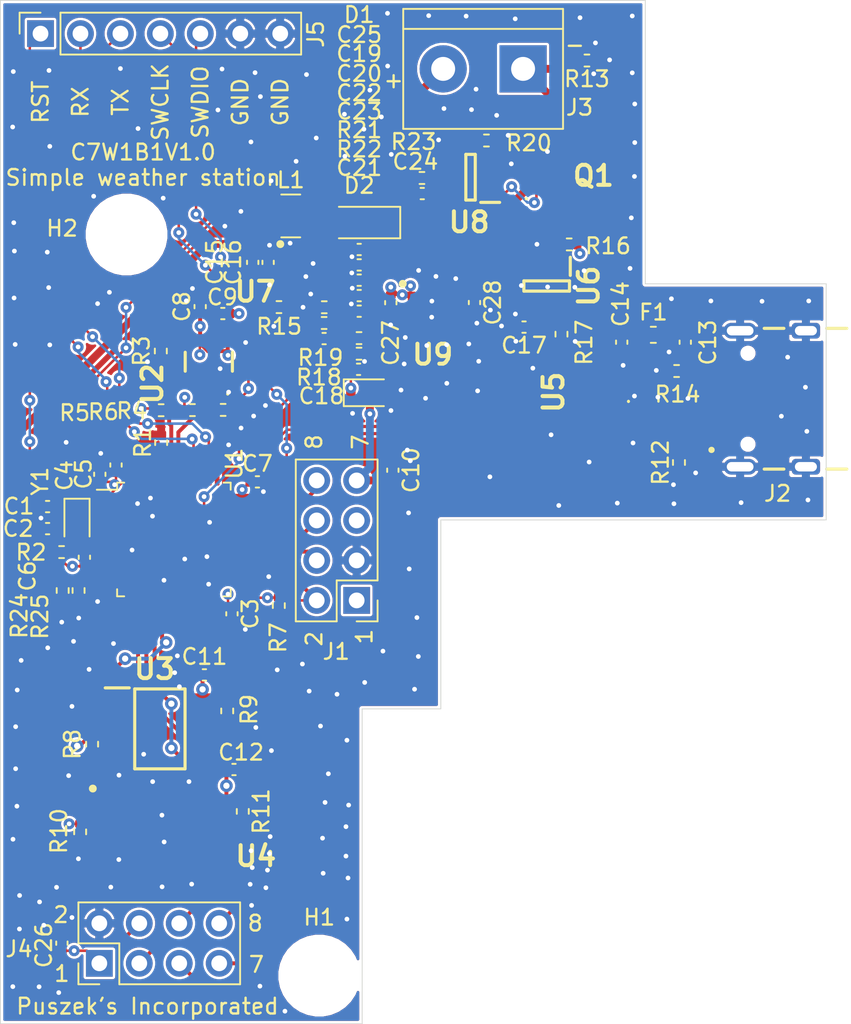
<source format=kicad_pcb>
(kicad_pcb (version 20171130) (host pcbnew "(5.1.12)-1")
  (layers (0 F.Cu signal) (1 In1.Cu signal) (2 In2.Cu signal) (31 B.Cu signal) (34 B.Paste user) (35 F.Paste user) (36 B.SilkS user) (37 F.SilkS user) (38 B.Mask user) (39 F.Mask user) (44 Edge.Cuts user))
  (net 0 "")
  (net 1 GND)
  (net 2 +3V3)
  (net 3 "Net-(U1-Pad27)")
  (net 4 "Net-(U1-Pad26)")
  (net 5 "Net-(U1-Pad25)")
  (net 6 "Net-(U1-Pad22)")
  (net 7 "Net-(U1-Pad6)")
  (net 8 "Net-(R3-Pad1)")
  (net 9 E_INC_CS)
  (net 10 MOSI)
  (net 11 SCK)
  (net 12 E_INC_DC)
  (net 13 E_INC_RST)
  (net 14 +5V)
  (net 15 SCL)
  (net 16 SDA)
  (net 17 PMS_RST)
  (net 18 PMS_TX)
  (net 19 +BATT)
  (net 20 "Net-(D1-Pad2)")
  (net 21 5V_TEST)
  (net 22 5V_EN)
  (net 23 "Net-(U1-Pad46)")
  (net 24 "Net-(U1-Pad45)")
  (net 25 "Net-(U1-Pad41)")
  (net 26 "Net-(U1-Pad38)")
  (net 27 "Net-(U1-Pad5)")
  (net 28 VBUS)
  (net 29 USB_D-)
  (net 30 USB_D+)
  (net 31 GND1)
  (net 32 E_INC_BUSY)
  (net 33 "Net-(Q1-Pad3)")
  (net 34 ~CHRG_STATUS)
  (net 35 BATT)
  (net 36 "Net-(C1-Pad2)")
  (net 37 "Net-(C2-Pad2)")
  (net 38 "Net-(C18-Pad2)")
  (net 39 "Net-(J1-Pad5)")
  (net 40 PMS_RX)
  (net 41 PMS_SET)
  (net 42 "Net-(J2-PadB8)")
  (net 43 "Net-(J2-PadA5)")
  (net 44 "Net-(J2-PadB5)")
  (net 45 "Net-(J2-PadA8)")
  (net 46 "Net-(R1-Pad1)")
  (net 47 "Net-(R4-Pad2)")
  (net 48 "Net-(R8-Pad2)")
  (net 49 "Net-(R9-Pad2)")
  (net 50 "Net-(R10-Pad2)")
  (net 51 "Net-(R11-Pad2)")
  (net 52 MISO)
  (net 53 ~FRAM_CS)
  (net 54 ~FLASH_CS)
  (net 55 /Power/USB_VBUS)
  (net 56 "Net-(J2-PadA7)")
  (net 57 "Net-(J2-PadA6)")
  (net 58 "Net-(Q1-Pad5)")
  (net 59 "Net-(Q1-Pad2)")
  (net 60 "Net-(R17-Pad1)")
  (net 61 "Net-(R20-Pad1)")
  (net 62 "Net-(R23-Pad1)")
  (net 63 "Net-(U8-Pad4)")
  (net 64 "Net-(J1-Pad1)")
  (net 65 RST)
  (net 66 RX)
  (net 67 TX)
  (net 68 SWCLK)
  (net 69 SWDIO)
  (net 70 "Net-(U9-Pad4)")
  (module MountingHole:MountingHole_2.7mm_M2.5 (layer F.Cu) (at -77.98 104.87)
    (fp_text reference H2 (at -4.1 -0.39) (layer F.SilkS))
    (fp_text value MountingHole)
    (pad "" np_thru_hole circle (at 0 0) (size 2.7 2.7) (drill 2.7) (layers *.Cu *.Mask) (clearance 1.25))
  )
  (module MountingHole:MountingHole_2.7mm_M2.5 (layer F.Cu) (at -65.73 151.94)
    (fp_text reference H1 (at 0 -3.7) (layer F.SilkS))
    (fp_text value MountingHole)
    (pad "" np_thru_hole circle (at 0 0) (size 2.7 2.7) (drill 2.7) (layers *.Cu *.Mask) (clearance 1.25))
  )
  (module Connector_PinSocket_2.54mm:PinSocket_1x07_P2.54mm_Vertical (layer F.Cu) (at -83.45 92.11 90)
    (fp_text reference J5 (at -0.03 17.5 90) (layer F.SilkS))
    (fp_text value Conn_01x07)
    (pad 7 thru_hole oval (at 0 15.24 90) (size 1.7 1.7) (drill 1) (layers *.Cu *.Mask) (net 1 GND))
    (pad 6 thru_hole oval (at 0 12.7 90) (size 1.7 1.7) (drill 1) (layers *.Cu *.Mask) (net 1 GND))
    (pad 5 thru_hole oval (at 0 10.16 90) (size 1.7 1.7) (drill 1) (layers *.Cu *.Mask) (net 69 SWDIO))
    (pad 4 thru_hole oval (at 0 7.62 90) (size 1.7 1.7) (drill 1) (layers *.Cu *.Mask) (net 68 SWCLK))
    (pad 3 thru_hole oval (at 0 5.08 90) (size 1.7 1.7) (drill 1) (layers *.Cu *.Mask) (net 67 TX))
    (pad 2 thru_hole oval (at 0 2.54 90) (size 1.7 1.7) (drill 1) (layers *.Cu *.Mask) (net 66 RX))
    (pad 1 thru_hole rect (at 0 0 90) (size 1.7 1.7) (drill 1) (layers *.Cu *.Mask) (net 65 RST))
  )
  (module Footprints:SON95P300X300X100-7N-D (layer F.Cu) (at -58.52 109.65)
    (fp_text reference U9 (at 0 2.85) (layer F.SilkS) (effects (font (size 1.27 1.27) (thickness 0.254))))
    (fp_text value LD39200PU33R hide)
    (pad 7 smd rect (at 0 0) (size 1.75 2.5) (layers F.Cu F.Paste F.Mask) (net 1 GND))
    (pad 6 smd rect (at 1.5 -0.95 90) (size 0.4 0.8) (layers F.Cu F.Paste F.Mask) (net 19 +BATT))
    (pad 5 smd rect (at 1.5 0 90) (size 0.4 0.8) (layers F.Cu F.Paste F.Mask) (net 19 +BATT))
    (pad 4 smd rect (at 1.5 0.95 90) (size 0.4 0.8) (layers F.Cu F.Paste F.Mask) (net 70 "Net-(U9-Pad4)"))
    (pad 3 smd rect (at -1.5 0.95 90) (size 0.4 0.8) (layers F.Cu F.Paste F.Mask) (net 1 GND))
    (pad 2 smd rect (at -1.5 0 90) (size 0.4 0.8) (layers F.Cu F.Paste F.Mask) (net 2 +3V3))
    (pad 1 smd rect (at -1.5 -0.95 90) (size 0.4 0.8) (layers F.Cu F.Paste F.Mask) (net 2 +3V3))
  )
  (module Capacitor_SMD:C_0402_1005Metric (layer F.Cu) (at -55.86 109.19 270)
    (fp_text reference C28 (at 0 -1.16 90) (layer F.SilkS))
    (fp_text value 10u/6.3V/X5R)
    (pad 2 smd roundrect (at 0.48 0 270) (size 0.56 0.62) (layers F.Cu F.Paste F.Mask) (net 1 GND))
    (pad 1 smd roundrect (at -0.48 0 270) (size 0.56 0.62) (layers F.Cu F.Paste F.Mask) (net 19 +BATT))
  )
  (module Capacitor_SMD:C_0402_1005Metric (layer F.Cu) (at -61.18 109.2 270)
    (fp_text reference C27 (at 2.56 0.01 90) (layer F.SilkS))
    (fp_text value 10u/6.3V/X5R)
    (pad 2 smd roundrect (at 0.48 0 270) (size 0.56 0.62) (layers F.Cu F.Paste F.Mask) (net 1 GND))
    (pad 1 smd roundrect (at -0.48 0 270) (size 0.56 0.62) (layers F.Cu F.Paste F.Mask) (net 2 +3V3))
  )
  (module Footprints:USBLC62P6 (layer F.Cu) (at -47.67 114.92 90)
    (fp_text reference U5 (at 0.03 -3.17 90) (layer F.SilkS) (effects (font (size 1.27 1.27) (thickness 0.254))))
    (fp_text value USBLC6-2P6 hide)
    (pad 6 smd rect (at -0.5 -0.805 90) (size 0.3 0.99) (layers F.Cu F.Paste F.Mask) (net 29 USB_D-))
    (pad 5 smd rect (at 0 -0.805 90) (size 0.3 0.99) (layers F.Cu F.Paste F.Mask) (net 28 VBUS))
    (pad 4 smd rect (at 0.5 -0.805 90) (size 0.3 0.99) (layers F.Cu F.Paste F.Mask) (net 30 USB_D+))
    (pad 3 smd rect (at 0.5 0.805 90) (size 0.3 0.99) (layers F.Cu F.Paste F.Mask) (net 57 "Net-(J2-PadA6)"))
    (pad 2 smd rect (at 0 0.805 90) (size 0.3 0.99) (layers F.Cu F.Paste F.Mask) (net 1 GND))
    (pad 1 smd rect (at -0.5 0.805 90) (size 0.3 0.99) (layers F.Cu F.Paste F.Mask) (net 56 "Net-(J2-PadA7)"))
  )
  (module Resistor_SMD:R_0402_1005Metric (layer F.Cu) (at -81.03 127.48 270)
    (fp_text reference R25 (at 1.66 2.45 90) (layer F.SilkS))
    (fp_text value 100k/1%/0.063W)
    (pad 2 smd roundrect (at 0.51 0 270) (size 0.54 0.64) (layers F.Cu F.Paste F.Mask) (net 1 GND))
    (pad 1 smd roundrect (at -0.51 0 270) (size 0.54 0.64) (layers F.Cu F.Paste F.Mask) (net 35 BATT))
  )
  (module Resistor_SMD:R_0402_1005Metric (layer F.Cu) (at -82.04 127.48 270)
    (fp_text reference R24 (at 1.61 2.76 90) (layer F.SilkS))
    (fp_text value 100k/1%/0.063W)
    (pad 2 smd roundrect (at 0.51 0 270) (size 0.54 0.64) (layers F.Cu F.Paste F.Mask) (net 35 BATT))
    (pad 1 smd roundrect (at -0.51 0 270) (size 0.54 0.64) (layers F.Cu F.Paste F.Mask) (net 19 +BATT))
  )
  (module Resistor_SMD:R_0402_1005Metric (layer F.Cu) (at -43.01 113.54)
    (fp_text reference R14 (at 0.06 1.48) (layer F.SilkS))
    (fp_text value 10k/5%/0.063W)
    (pad 2 smd roundrect (at 0.51 0) (size 0.54 0.64) (layers F.Cu F.Paste F.Mask) (net 44 "Net-(J2-PadB5)"))
    (pad 1 smd roundrect (at -0.51 0) (size 0.54 0.64) (layers F.Cu F.Paste F.Mask) (net 1 GND))
  )
  (module Resistor_SMD:R_0402_1005Metric (layer F.Cu) (at -48.71 93.82 180)
    (fp_text reference R13 (at 0 -1.17) (layer F.SilkS))
    (fp_text value 0R)
    (pad 2 smd roundrect (at 0.51 0 180) (size 0.54 0.64) (layers F.Cu F.Paste F.Mask) (net 31 GND1))
    (pad 1 smd roundrect (at -0.51 0 180) (size 0.54 0.64) (layers F.Cu F.Paste F.Mask) (net 1 GND))
  )
  (module Resistor_SMD:R_0402_1005Metric (layer F.Cu) (at -42.86 119.35 90)
    (fp_text reference R12 (at 0 -1.17 90) (layer F.SilkS))
    (fp_text value 10k/5%/0.063W)
    (pad 2 smd roundrect (at 0.51 0 90) (size 0.54 0.64) (layers F.Cu F.Paste F.Mask) (net 43 "Net-(J2-PadA5)"))
    (pad 1 smd roundrect (at -0.51 0 90) (size 0.54 0.64) (layers F.Cu F.Paste F.Mask) (net 1 GND))
  )
  (module Footprints:GCT_USB4105GFA120 (layer F.Cu) (at -34.79 115.3 90)
    (fp_text reference J2 (at -6.02 -1.8 180) (layer F.SilkS))
    (fp_text value USB4105GFA120)
    (pad B8 smd rect (at -1.75 -4.755 90) (size 0.3 1.15) (layers F.Cu F.Paste F.Mask) (net 42 "Net-(J2-PadB8)"))
    (pad A5 smd rect (at -1.25 -4.755 90) (size 0.3 1.15) (layers F.Cu F.Paste F.Mask) (net 43 "Net-(J2-PadA5)"))
    (pad B7 smd rect (at -0.75 -4.755 90) (size 0.3 1.15) (layers F.Cu F.Paste F.Mask) (net 56 "Net-(J2-PadA7)"))
    (pad B5 smd rect (at 1.75 -4.755 90) (size 0.3 1.15) (layers F.Cu F.Paste F.Mask) (net 44 "Net-(J2-PadB5)"))
    (pad A8 smd rect (at 1.25 -4.755 90) (size 0.3 1.15) (layers F.Cu F.Paste F.Mask) (net 45 "Net-(J2-PadA8)"))
    (pad B6 smd rect (at 0.75 -4.755 90) (size 0.3 1.15) (layers F.Cu F.Paste F.Mask) (net 57 "Net-(J2-PadA6)"))
    (pad A6 smd rect (at -0.25 -4.755 90) (size 0.3 1.15) (layers F.Cu F.Paste F.Mask) (net 57 "Net-(J2-PadA6)"))
    (pad A7 smd rect (at 0.25 -4.755 90) (size 0.3 1.15) (layers F.Cu F.Paste F.Mask) (net 56 "Net-(J2-PadA7)"))
    (pad B4_A9 smd rect (at 2.4 -4.755 90) (size 0.6 1.15) (layers F.Cu F.Paste F.Mask) (net 55 /Power/USB_VBUS))
    (pad A4_B9 smd rect (at -2.4 -4.755 90) (size 0.6 1.15) (layers F.Cu F.Paste F.Mask) (net 55 /Power/USB_VBUS))
    (pad B1_A12 smd rect (at 3.2 -4.755 90) (size 0.6 1.15) (layers F.Cu F.Paste F.Mask) (net 1 GND))
    (pad A1_B12 smd rect (at -3.2 -4.755 90) (size 0.6 1.15) (layers F.Cu F.Paste F.Mask) (net 1 GND))
    (pad None np_thru_hole circle (at -2.89 -3.68 90) (size 0.65 0.65) (drill 0.65) (layers *.Cu *.Mask))
    (pad None np_thru_hole circle (at 2.89 -3.68 90) (size 0.65 0.65) (drill 0.65) (layers *.Cu *.Mask))
    (pad SH2 thru_hole oval (at 4.32 -4.18 90) (size 1 2.1) (drill oval 0.6 1.7) (layers *.Cu *.Mask) (net 1 GND))
    (pad SH1 thru_hole oval (at -4.32 -4.18 90) (size 1 2.1) (drill oval 0.6 1.7) (layers *.Cu *.Mask) (net 1 GND))
    (pad SH4 thru_hole roundrect (at 4.32 0 90) (size 1 1.8) (drill oval 0.6 1.4) (layers *.Cu *.Mask) (net 1 GND))
    (pad SH3 thru_hole roundrect (at -4.32 0 90) (size 1 1.8) (drill oval 0.6 1.4) (layers *.Cu *.Mask) (net 1 GND))
  )
  (module Fuse:Fuse_0603_1608Metric (layer F.Cu) (at -44.49 111.24)
    (fp_text reference F1 (at 0 -1.43) (layer F.SilkS))
    (fp_text value 0686F2000-01)
    (pad 2 smd roundrect (at 0.7875 0) (size 0.875 0.95) (layers F.Cu F.Paste F.Mask) (net 55 /Power/USB_VBUS))
    (pad 1 smd roundrect (at -0.7875 0) (size 0.875 0.95) (layers F.Cu F.Paste F.Mask) (net 28 VBUS))
  )
  (module Capacitor_SMD:C_0402_1005Metric (layer F.Cu) (at -46.5 111.71 270)
    (fp_text reference C14 (at -2.42 0.07 90) (layer F.SilkS))
    (fp_text value 10u/6.3V/X5R)
    (pad 2 smd roundrect (at 0.48 0 270) (size 0.56 0.62) (layers F.Cu F.Paste F.Mask) (net 1 GND))
    (pad 1 smd roundrect (at -0.48 0 270) (size 0.56 0.62) (layers F.Cu F.Paste F.Mask) (net 28 VBUS))
  )
  (module Capacitor_SMD:C_0402_1005Metric (layer F.Cu) (at -42.46 111.71 270)
    (fp_text reference C13 (at 0.02 -1.44 90) (layer F.SilkS))
    (fp_text value 10u/6.3V/X5R)
    (pad 2 smd roundrect (at 0.48 0 270) (size 0.56 0.62) (layers F.Cu F.Paste F.Mask) (net 1 GND))
    (pad 1 smd roundrect (at -0.48 0 270) (size 0.56 0.62) (layers F.Cu F.Paste F.Mask) (net 55 /Power/USB_VBUS))
  )
  (module Footprints:SOT95P280X110-5N (layer F.Cu) (at -51.27 108.14 270)
    (fp_text reference U6 (at 0.01 -2.67 90) (layer F.SilkS) (effects (font (size 1.27 1.27) (thickness 0.254))))
    (fp_text value STC4054GR hide)
    (pad 5 smd rect (at 1.25 -0.95) (size 0.6 1.15) (layers F.Cu F.Paste F.Mask) (net 60 "Net-(R17-Pad1)"))
    (pad 4 smd rect (at 1.25 0.95) (size 0.6 1.15) (layers F.Cu F.Paste F.Mask) (net 28 VBUS))
    (pad 3 smd rect (at -1.25 0.95) (size 0.6 1.15) (layers F.Cu F.Paste F.Mask) (net 19 +BATT))
    (pad 2 smd rect (at -1.25 0) (size 0.6 1.15) (layers F.Cu F.Paste F.Mask) (net 1 GND))
    (pad 1 smd rect (at -1.25 -0.95) (size 0.6 1.15) (layers F.Cu F.Paste F.Mask) (net 34 ~CHRG_STATUS))
  )
  (module Resistor_SMD:R_0402_1005Metric (layer F.Cu) (at -50.33 111.2 270)
    (fp_text reference R17 (at 0.53 -1.44 90) (layer F.SilkS))
    (fp_text value 2k2/5%/0.063W)
    (pad 2 smd roundrect (at 0.51 0 270) (size 0.54 0.64) (layers F.Cu F.Paste F.Mask) (net 1 GND))
    (pad 1 smd roundrect (at -0.51 0 270) (size 0.54 0.64) (layers F.Cu F.Paste F.Mask) (net 60 "Net-(R17-Pad1)"))
  )
  (module Resistor_SMD:R_0402_1005Metric (layer F.Cu) (at -49.84 105.5 180)
    (fp_text reference R16 (at -2.47 -0.1) (layer F.SilkS))
    (fp_text value 10k/5%/0.063W)
    (pad 2 smd roundrect (at 0.51 0 180) (size 0.54 0.64) (layers F.Cu F.Paste F.Mask) (net 34 ~CHRG_STATUS))
    (pad 1 smd roundrect (at -0.51 0 180) (size 0.54 0.64) (layers F.Cu F.Paste F.Mask) (net 2 +3V3))
  )
  (module TerminalBlock:TerminalBlock_bornier-2_P5.08mm (layer F.Cu) (at -52.77 94.35 180)
    (fp_text reference J3 (at -3.59 -2.45) (layer F.SilkS))
    (fp_text value Conn_01x02_Male)
    (pad 2 thru_hole circle (at 5.08 0 180) (size 3 3) (drill 1.52) (layers *.Cu *.Mask) (net 19 +BATT))
    (pad 1 thru_hole rect (at 0 0 180) (size 3 3) (drill 1.52) (layers *.Cu *.Mask) (net 31 GND1))
  )
  (module Capacitor_SMD:C_0402_1005Metric (layer F.Cu) (at -52.71 110.75 180)
    (fp_text reference C17 (at 0 -1.16) (layer F.SilkS))
    (fp_text value 10u/6.3V/X5R)
    (pad 2 smd roundrect (at 0.48 0 180) (size 0.56 0.62) (layers F.Cu F.Paste F.Mask) (net 1 GND))
    (pad 1 smd roundrect (at -0.48 0 180) (size 0.56 0.62) (layers F.Cu F.Paste F.Mask) (net 28 VBUS))
  )
  (module Footprints:SOT95P275X135-6N (layer F.Cu) (at -56.11 101.23 180)
    (fp_text reference U8 (at 0.09 -2.86) (layer F.SilkS) (effects (font (size 1.27 1.27) (thickness 0.254))))
    (fp_text value S-8261AAXMD-G2XT2U hide)
    (pad 6 smd rect (at 1.25 -0.95 270) (size 0.6 1.2) (layers F.Cu F.Paste F.Mask) (net 31 GND1))
    (pad 5 smd rect (at 1.25 0 270) (size 0.6 1.2) (layers F.Cu F.Paste F.Mask) (net 62 "Net-(R23-Pad1)"))
    (pad 4 smd rect (at 1.25 0.95 270) (size 0.6 1.2) (layers F.Cu F.Paste F.Mask) (net 63 "Net-(U8-Pad4)"))
    (pad 3 smd rect (at -1.25 0.95 270) (size 0.6 1.2) (layers F.Cu F.Paste F.Mask) (net 58 "Net-(Q1-Pad5)"))
    (pad 2 smd rect (at -1.25 0 270) (size 0.6 1.2) (layers F.Cu F.Paste F.Mask) (net 61 "Net-(R20-Pad1)"))
    (pad 1 smd rect (at -1.25 -0.95 270) (size 0.6 1.2) (layers F.Cu F.Paste F.Mask) (net 59 "Net-(Q1-Pad2)"))
  )
  (module Footprints:PMDPB30XNAX (layer F.Cu) (at -51.92 101.15)
    (fp_text reference Q1 (at 3.62 -0.01) (layer F.SilkS) (effects (font (size 1.27 1.27) (thickness 0.254))))
    (fp_text value PMDPB30XNAX hide)
    (pad 8 smd rect (at 0.49 0) (size 0.72 1.05) (layers F.Cu F.Paste F.Mask) (net 33 "Net-(Q1-Pad3)"))
    (pad 7 smd rect (at -0.49 0) (size 0.72 1.05) (layers F.Cu F.Paste F.Mask) (net 33 "Net-(Q1-Pad3)"))
    (pad 6 smd rect (at -0.65 -0.875 90) (size 0.3 0.35) (layers F.Cu F.Paste F.Mask) (net 33 "Net-(Q1-Pad3)"))
    (pad 5 smd rect (at 0 -0.875 90) (size 0.3 0.35) (layers F.Cu F.Paste F.Mask) (net 58 "Net-(Q1-Pad5)"))
    (pad 4 smd rect (at 0.65 -0.875 90) (size 0.3 0.35) (layers F.Cu F.Paste F.Mask) (net 1 GND))
    (pad 3 smd rect (at 0.65 0.875 90) (size 0.3 0.35) (layers F.Cu F.Paste F.Mask) (net 33 "Net-(Q1-Pad3)"))
    (pad 2 smd rect (at 0 0.875 90) (size 0.3 0.35) (layers F.Cu F.Paste F.Mask) (net 59 "Net-(Q1-Pad2)"))
    (pad 1 smd rect (at -0.65 0.875 90) (size 0.3 0.35) (layers F.Cu F.Paste F.Mask) (net 31 GND1))
  )
  (module Resistor_SMD:R_0402_1005Metric (layer F.Cu) (at -59.2 101.28 180)
    (fp_text reference R23 (at 0.53 2.3) (layer F.SilkS))
    (fp_text value 470/5%/0.063W)
    (pad 2 smd roundrect (at 0.51 0 180) (size 0.54 0.64) (layers F.Cu F.Paste F.Mask) (net 19 +BATT))
    (pad 1 smd roundrect (at -0.51 0 180) (size 0.54 0.64) (layers F.Cu F.Paste F.Mask) (net 62 "Net-(R23-Pad1)"))
  )
  (module Resistor_SMD:R_0402_1005Metric (layer F.Cu) (at -55.1 98.9)
    (fp_text reference R20 (at 2.7 0.16) (layer F.SilkS))
    (fp_text value 2k2/5%/0.063W)
    (pad 2 smd roundrect (at 0.51 0) (size 0.54 0.64) (layers F.Cu F.Paste F.Mask) (net 1 GND))
    (pad 1 smd roundrect (at -0.51 0) (size 0.54 0.64) (layers F.Cu F.Paste F.Mask) (net 61 "Net-(R20-Pad1)"))
  )
  (module Capacitor_SMD:C_0402_1005Metric (layer F.Cu) (at -59.18 102.27)
    (fp_text reference C24 (at -0.44 -2.03) (layer F.SilkS))
    (fp_text value 100n/16V/X5R)
    (pad 2 smd roundrect (at 0.48 0) (size 0.56 0.62) (layers F.Cu F.Paste F.Mask) (net 31 GND1))
    (pad 1 smd roundrect (at -0.48 0) (size 0.56 0.62) (layers F.Cu F.Paste F.Mask) (net 19 +BATT))
  )
  (module Footprints:SON95P300X300X80-7N (layer F.Cu) (at -66.33 107.13)
    (fp_text reference U7 (at -3.47 1.37) (layer F.SilkS) (effects (font (size 1.27 1.27) (thickness 0.254))))
    (fp_text value LMR62421XSD_NOPB hide)
    (pad 7 smd rect (at 0 0) (size 1.7 2.2) (layers F.Cu F.Paste F.Mask) (net 1 GND))
    (pad 6 smd rect (at 1.45 -0.95 90) (size 0.4 0.85) (layers F.Cu F.Paste F.Mask) (net 20 "Net-(D1-Pad2)"))
    (pad 5 smd rect (at 1.45 0 90) (size 0.4 0.85) (layers F.Cu F.Paste F.Mask) (net 1 GND))
    (pad 4 smd rect (at 1.45 0.95 90) (size 0.4 0.85) (layers F.Cu F.Paste F.Mask) (net 38 "Net-(C18-Pad2)"))
    (pad 3 smd rect (at -1.45 0.95 90) (size 0.4 0.85) (layers F.Cu F.Paste F.Mask) (net 22 5V_EN))
    (pad 2 smd rect (at -1.45 0 90) (size 0.4 0.85) (layers F.Cu F.Paste F.Mask) (net 19 +BATT))
    (pad 1 smd rect (at -1.45 -0.95 90) (size 0.4 0.85) (layers F.Cu F.Paste F.Mask) (net 1 GND))
  )
  (module Resistor_SMD:R_0402_1005Metric (layer F.Cu) (at -63.2 112.44)
    (fp_text reference R22 (at 0.01 -12.99) (layer F.SilkS))
    (fp_text value 10k/1%/0.063W)
    (pad 2 smd roundrect (at 0.51 0) (size 0.54 0.64) (layers F.Cu F.Paste F.Mask) (net 1 GND))
    (pad 1 smd roundrect (at -0.51 0) (size 0.54 0.64) (layers F.Cu F.Paste F.Mask) (net 21 5V_TEST))
  )
  (module Resistor_SMD:R_0402_1005Metric (layer F.Cu) (at -63.2 111.45 180)
    (fp_text reference R21 (at -0.01 13.22) (layer F.SilkS))
    (fp_text value 10k/1%/0.063W)
    (pad 2 smd roundrect (at 0.51 0 180) (size 0.54 0.64) (layers F.Cu F.Paste F.Mask) (net 21 5V_TEST))
    (pad 1 smd roundrect (at -0.51 0 180) (size 0.54 0.64) (layers F.Cu F.Paste F.Mask) (net 14 +5V))
  )
  (module Resistor_SMD:R_0402_1005Metric (layer F.Cu) (at -65.41 109.49 180)
    (fp_text reference R19 (at 0.24 -3.2) (layer F.SilkS))
    (fp_text value 10k/1%/0.063W)
    (pad 2 smd roundrect (at 0.51 0 180) (size 0.54 0.64) (layers F.Cu F.Paste F.Mask) (net 1 GND))
    (pad 1 smd roundrect (at -0.51 0 180) (size 0.54 0.64) (layers F.Cu F.Paste F.Mask) (net 38 "Net-(C18-Pad2)"))
  )
  (module Resistor_SMD:R_0402_1005Metric (layer F.Cu) (at -65.42 110.49 180)
    (fp_text reference R18 (at 0.33 -3.45) (layer F.SilkS))
    (fp_text value 30k/1%/0.063W)
    (pad 2 smd roundrect (at 0.51 0 180) (size 0.54 0.64) (layers F.Cu F.Paste F.Mask) (net 38 "Net-(C18-Pad2)"))
    (pad 1 smd roundrect (at -0.51 0 180) (size 0.54 0.64) (layers F.Cu F.Paste F.Mask) (net 14 +5V))
  )
  (module Resistor_SMD:R_0402_1005Metric (layer F.Cu) (at -68.29 109.48 180)
    (fp_text reference R15 (at -0.01 -1.23) (layer F.SilkS))
    (fp_text value 10k/5%/0.063W)
    (pad 2 smd roundrect (at 0.51 0 180) (size 0.54 0.64) (layers F.Cu F.Paste F.Mask) (net 1 GND))
    (pad 1 smd roundrect (at -0.51 0 180) (size 0.54 0.64) (layers F.Cu F.Paste F.Mask) (net 22 5V_EN))
  )
  (module Inductor_SMD:L_1210_3225Metric (layer F.Cu) (at -67.54 103.69)
    (fp_text reference L1 (at 0 -2.28) (layer F.SilkS))
    (fp_text value CBC3225T470MR)
    (pad 2 smd roundrect (at 1.4 0) (size 1.25 2.65) (layers F.Cu F.Paste F.Mask) (roundrect_rratio 0.2) (net 20 "Net-(D1-Pad2)"))
    (pad 1 smd roundrect (at -1.4 0) (size 1.25 2.65) (layers F.Cu F.Paste F.Mask) (roundrect_rratio 0.2) (net 19 +BATT))
  )
  (module Diode_SMD:D_SOD-323 (layer F.Cu) (at -62.67 114.92)
    (fp_text reference D2 (at -0.52 -13.16) (layer F.SilkS))
    (fp_text value BZX384B3V3-E3-08)
    (pad 2 smd rect (at 1.05 0) (size 0.6 0.45) (layers F.Cu F.Paste F.Mask) (net 1 GND))
    (pad 1 smd rect (at -1.05 0) (size 0.6 0.45) (layers F.Cu F.Paste F.Mask) (net 21 5V_TEST))
  )
  (module Diode_SMD:D_SOD-123 (layer F.Cu) (at -62.83 104.11 180)
    (fp_text reference D1 (at 0.36 13.2) (layer F.SilkS))
    (fp_text value PMEG4010CEGWX)
    (pad 2 smd rect (at 1.65 0 180) (size 0.9 1.2) (layers F.Cu F.Paste F.Mask) (net 20 "Net-(D1-Pad2)"))
    (pad 1 smd rect (at -1.65 0 180) (size 0.9 1.2) (layers F.Cu F.Paste F.Mask) (net 14 +5V))
  )
  (module Capacitor_SMD:C_0402_1005Metric (layer F.Cu) (at -63.19 105.82 180)
    (fp_text reference C25 (at 0 13.64) (layer F.SilkS))
    (fp_text value 100n/16V/X5R)
    (pad 2 smd roundrect (at 0.48 0 180) (size 0.56 0.62) (layers F.Cu F.Paste F.Mask) (net 1 GND))
    (pad 1 smd roundrect (at -0.48 0 180) (size 0.56 0.62) (layers F.Cu F.Paste F.Mask) (net 14 +5V))
  )
  (module Capacitor_SMD:C_0402_1005Metric (layer F.Cu) (at -63.19 109.74 180)
    (fp_text reference C23 (at 0 12.69) (layer F.SilkS))
    (fp_text value 10u/6.3V/X5R)
    (pad 2 smd roundrect (at 0.48 0 180) (size 0.56 0.62) (layers F.Cu F.Paste F.Mask) (net 1 GND))
    (pad 1 smd roundrect (at -0.48 0 180) (size 0.56 0.62) (layers F.Cu F.Paste F.Mask) (net 14 +5V))
  )
  (module Capacitor_SMD:C_0402_1005Metric (layer F.Cu) (at -63.19 108.75 180)
    (fp_text reference C22 (at 0 12.87) (layer F.SilkS))
    (fp_text value 10u/6.3V/X5R)
    (pad 2 smd roundrect (at 0.48 0 180) (size 0.56 0.62) (layers F.Cu F.Paste F.Mask) (net 1 GND))
    (pad 1 smd roundrect (at -0.48 0 180) (size 0.56 0.62) (layers F.Cu F.Paste F.Mask) (net 14 +5V))
  )
  (module Capacitor_SMD:C_0402_1005Metric (layer F.Cu) (at -63.23 113.43)
    (fp_text reference C21 (at 0.04 -12.8) (layer F.SilkS))
    (fp_text value 10n/16V/X5R)
    (pad 2 smd roundrect (at 0.48 0) (size 0.56 0.62) (layers F.Cu F.Paste F.Mask) (net 1 GND))
    (pad 1 smd roundrect (at -0.48 0) (size 0.56 0.62) (layers F.Cu F.Paste F.Mask) (net 21 5V_TEST))
  )
  (module Capacitor_SMD:C_0402_1005Metric (layer F.Cu) (at -63.19 107.77 180)
    (fp_text reference C20 (at 0 13.12) (layer F.SilkS))
    (fp_text value 10u/6.3V/X5R)
    (pad 2 smd roundrect (at 0.48 0 180) (size 0.56 0.62) (layers F.Cu F.Paste F.Mask) (net 1 GND))
    (pad 1 smd roundrect (at -0.48 0 180) (size 0.56 0.62) (layers F.Cu F.Paste F.Mask) (net 14 +5V))
  )
  (module Capacitor_SMD:C_0402_1005Metric (layer F.Cu) (at -63.19 106.8 180)
    (fp_text reference C19 (at 0 13.41) (layer F.SilkS))
    (fp_text value 10u/6.3V/X5R)
    (pad 2 smd roundrect (at 0.48 0 180) (size 0.56 0.62) (layers F.Cu F.Paste F.Mask) (net 1 GND))
    (pad 1 smd roundrect (at -0.48 0 180) (size 0.56 0.62) (layers F.Cu F.Paste F.Mask) (net 14 +5V))
  )
  (module Capacitor_SMD:C_0402_1005Metric (layer F.Cu) (at -65.42 111.48 180)
    (fp_text reference C18 (at 0.17 -3.65) (layer F.SilkS))
    (fp_text value 510p/10V/C0G)
    (pad 2 smd roundrect (at 0.48 0 180) (size 0.56 0.62) (layers F.Cu F.Paste F.Mask) (net 38 "Net-(C18-Pad2)"))
    (pad 1 smd roundrect (at -0.48 0 180) (size 0.56 0.62) (layers F.Cu F.Paste F.Mask) (net 14 +5V))
  )
  (module Capacitor_SMD:C_0402_1005Metric (layer F.Cu) (at -68.98 106.64 90)
    (fp_text reference C16 (at 0.01 -2.24 90) (layer F.SilkS))
    (fp_text value 10u/6.3V/X5R)
    (pad 2 smd roundrect (at 0.48 0 90) (size 0.56 0.62) (layers F.Cu F.Paste F.Mask) (net 1 GND))
    (pad 1 smd roundrect (at -0.48 0 90) (size 0.56 0.62) (layers F.Cu F.Paste F.Mask) (net 19 +BATT))
  )
  (module Capacitor_SMD:C_0402_1005Metric (layer F.Cu) (at -69.96 106.64 90)
    (fp_text reference C15 (at 0.02 -2.42 90) (layer F.SilkS))
    (fp_text value 10u/6.3V/X5R)
    (pad 2 smd roundrect (at 0.48 0 90) (size 0.56 0.62) (layers F.Cu F.Paste F.Mask) (net 1 GND))
    (pad 1 smd roundrect (at -0.48 0 90) (size 0.56 0.62) (layers F.Cu F.Paste F.Mask) (net 19 +BATT))
  )
  (module Resistor_SMD:R_0402_1005Metric (layer F.Cu) (at -68.3 128.44 270)
    (fp_text reference R7 (at 2.04 0.04 90) (layer F.SilkS))
    (fp_text value 10k/5%/0.063W)
    (pad 2 smd roundrect (at 0.51 0 270) (size 0.54 0.64) (layers F.Cu F.Paste F.Mask) (net 41 PMS_SET))
    (pad 1 smd roundrect (at -0.51 0 270) (size 0.54 0.64) (layers F.Cu F.Paste F.Mask) (net 2 +3V3))
  )
  (module Capacitor_SMD:C_0402_1005Metric (layer F.Cu) (at -61.05 119.84 270)
    (fp_text reference C10 (at 0 -1.16 90) (layer F.SilkS))
    (fp_text value 100n/16V/X5R)
    (pad 2 smd roundrect (at 0.48 0 270) (size 0.56 0.62) (layers F.Cu F.Paste F.Mask) (net 14 +5V))
    (pad 1 smd roundrect (at -0.48 0 270) (size 0.56 0.62) (layers F.Cu F.Paste F.Mask) (net 1 GND))
  )
  (module Connector_PinHeader_2.54mm:PinHeader_2x04_P2.54mm_Vertical (layer F.Cu) (at -63.35 128.11 180)
    (fp_text reference J1 (at 1.3 -3.25) (layer F.SilkS))
    (fp_text value PMS3003)
    (pad 8 thru_hole oval (at 2.54 7.62 180) (size 1.7 1.7) (drill 1) (layers *.Cu *.Mask) (net 18 PMS_TX))
    (pad 7 thru_hole oval (at 0 7.62 180) (size 1.7 1.7) (drill 1) (layers *.Cu *.Mask) (net 14 +5V))
    (pad 6 thru_hole oval (at 2.54 5.08 180) (size 1.7 1.7) (drill 1) (layers *.Cu *.Mask) (net 40 PMS_RX))
    (pad 5 thru_hole oval (at 0 5.08 180) (size 1.7 1.7) (drill 1) (layers *.Cu *.Mask) (net 39 "Net-(J1-Pad5)"))
    (pad 4 thru_hole oval (at 2.54 2.54 180) (size 1.7 1.7) (drill 1) (layers *.Cu *.Mask) (net 17 PMS_RST))
    (pad 3 thru_hole oval (at 0 2.54 180) (size 1.7 1.7) (drill 1) (layers *.Cu *.Mask) (net 1 GND))
    (pad 2 thru_hole oval (at 2.54 0 180) (size 1.7 1.7) (drill 1) (layers *.Cu *.Mask) (net 41 PMS_SET))
    (pad 1 thru_hole rect (at 0 0 180) (size 1.7 1.7) (drill 1) (layers *.Cu *.Mask) (net 64 "Net-(J1-Pad1)"))
  )
  (module Footprints:BME688 (layer F.Cu) (at -72.75 112.95 270)
    (fp_text reference U2 (at 1.4 3.59 90) (layer F.SilkS) (effects (font (size 1.27 1.27) (thickness 0.254))))
    (fp_text value BME688 hide)
    (pad 8 smd rect (at -1.2 -1.2) (size 0.4 0.4) (layers F.Cu F.Paste F.Mask) (net 2 +3V3))
    (pad 7 smd rect (at -1.2 -0.4) (size 0.4 0.4) (layers F.Cu F.Paste F.Mask) (net 1 GND))
    (pad 6 smd rect (at -1.2 0.4) (size 0.4 0.4) (layers F.Cu F.Paste F.Mask) (net 2 +3V3))
    (pad 5 smd rect (at -1.2 1.2) (size 0.4 0.4) (layers F.Cu F.Paste F.Mask) (net 8 "Net-(R3-Pad1)"))
    (pad 4 smd rect (at 1.2 1.2) (size 0.4 0.4) (layers F.Cu F.Paste F.Mask) (net 15 SCL))
    (pad 3 smd rect (at 1.2 0.4) (size 0.4 0.4) (layers F.Cu F.Paste F.Mask) (net 16 SDA))
    (pad 2 smd rect (at 1.2 -0.4) (size 0.4 0.4) (layers F.Cu F.Paste F.Mask) (net 47 "Net-(R4-Pad2)"))
    (pad 1 smd rect (at 1.2 -1.2) (size 0.4 0.4) (layers F.Cu F.Paste F.Mask) (net 1 GND))
  )
  (module Resistor_SMD:R_0402_1005Metric (layer F.Cu) (at -73.79 116.02)
    (fp_text reference R6 (at -5.66 0.12) (layer F.SilkS))
    (fp_text value 10k/5%/0.063W)
    (pad 2 smd roundrect (at 0.51 0) (size 0.54 0.64) (layers F.Cu F.Paste F.Mask) (net 15 SCL))
    (pad 1 smd roundrect (at -0.51 0) (size 0.54 0.64) (layers F.Cu F.Paste F.Mask) (net 2 +3V3))
  )
  (module Resistor_SMD:R_0402_1005Metric (layer F.Cu) (at -75.78 116.03)
    (fp_text reference R5 (at -5.5 0.17) (layer F.SilkS))
    (fp_text value 10k/5%/0.063W)
    (pad 2 smd roundrect (at 0.51 0) (size 0.54 0.64) (layers F.Cu F.Paste F.Mask) (net 16 SDA))
    (pad 1 smd roundrect (at -0.51 0) (size 0.54 0.64) (layers F.Cu F.Paste F.Mask) (net 2 +3V3))
  )
  (module Resistor_SMD:R_0402_1005Metric (layer F.Cu) (at -71.84 116.01 180)
    (fp_text reference R4 (at 5.81 -0.06) (layer F.SilkS))
    (fp_text value 10k/5%/0.063W)
    (pad 2 smd roundrect (at 0.51 0 180) (size 0.54 0.64) (layers F.Cu F.Paste F.Mask) (net 47 "Net-(R4-Pad2)"))
    (pad 1 smd roundrect (at -0.51 0 180) (size 0.54 0.64) (layers F.Cu F.Paste F.Mask) (net 2 +3V3))
  )
  (module Resistor_SMD:R_0402_1005Metric (layer F.Cu) (at -75.8 112.27 270)
    (fp_text reference R3 (at 0 1.23 90) (layer F.SilkS))
    (fp_text value 10k/5%/0.063W)
    (pad 2 smd roundrect (at 0.51 0 270) (size 0.54 0.64) (layers F.Cu F.Paste F.Mask) (net 1 GND))
    (pad 1 smd roundrect (at -0.51 0 270) (size 0.54 0.64) (layers F.Cu F.Paste F.Mask) (net 8 "Net-(R3-Pad1)"))
  )
  (module Capacitor_SMD:C_0402_1005Metric (layer F.Cu) (at -71.86 109.89 180)
    (fp_text reference C9 (at 0.03 1.04) (layer F.SilkS))
    (fp_text value 100n/16V/X5R)
    (pad 2 smd roundrect (at 0.48 0 180) (size 0.56 0.62) (layers F.Cu F.Paste F.Mask) (net 1 GND))
    (pad 1 smd roundrect (at -0.48 0 180) (size 0.56 0.62) (layers F.Cu F.Paste F.Mask) (net 2 +3V3))
  )
  (module Capacitor_SMD:C_0402_1005Metric (layer F.Cu) (at -73.3 109.45 90)
    (fp_text reference C8 (at 0 -1.16 90) (layer F.SilkS))
    (fp_text value 100n/16V/X5R)
    (pad 2 smd roundrect (at 0.48 0 90) (size 0.56 0.62) (layers F.Cu F.Paste F.Mask) (net 1 GND))
    (pad 1 smd roundrect (at -0.48 0 90) (size 0.56 0.62) (layers F.Cu F.Paste F.Mask) (net 2 +3V3))
  )
  (module Crystal:Crystal_SMD_2012-2Pin_2.0x1.2mm (layer F.Cu) (at -81.13 122.85 270)
    (fp_text reference Y1 (at -2.31 2.35 90) (layer F.SilkS))
    (fp_text value 830106545501)
    (pad 2 smd rect (at 0.7 0 270) (size 0.6 1.1) (layers F.Cu F.Paste F.Mask) (net 37 "Net-(C2-Pad2)"))
    (pad 1 smd rect (at -0.7 0 270) (size 0.6 1.1) (layers F.Cu F.Paste F.Mask) (net 36 "Net-(C1-Pad2)"))
  )
  (module Resistor_SMD:R_0402_1005Metric (layer F.Cu) (at -82.11 125.04)
    (fp_text reference R2 (at -1.94 0.02) (layer F.SilkS))
    (fp_text value 10k/5%/0.063W)
    (pad 2 smd roundrect (at 0.51 0) (size 0.54 0.64) (layers F.Cu F.Paste F.Mask) (net 65 RST))
    (pad 1 smd roundrect (at -0.51 0) (size 0.54 0.64) (layers F.Cu F.Paste F.Mask) (net 2 +3V3))
  )
  (module Resistor_SMD:R_0402_1005Metric (layer F.Cu) (at -75.78 118.09 90)
    (fp_text reference R1 (at 0 -1.17 90) (layer F.SilkS))
    (fp_text value 10k/5%/0.063W)
    (pad 2 smd roundrect (at 0.51 0 90) (size 0.54 0.64) (layers F.Cu F.Paste F.Mask) (net 1 GND))
    (pad 1 smd roundrect (at -0.51 0 90) (size 0.54 0.64) (layers F.Cu F.Paste F.Mask) (net 46 "Net-(R1-Pad1)"))
  )
  (module Capacitor_SMD:C_0402_1005Metric (layer F.Cu) (at -69.66 120.58)
    (fp_text reference C7 (at 0 -1.16) (layer F.SilkS))
    (fp_text value 100n/16V/X5R)
    (pad 2 smd roundrect (at 0.48 0) (size 0.56 0.62) (layers F.Cu F.Paste F.Mask) (net 1 GND))
    (pad 1 smd roundrect (at -0.48 0) (size 0.56 0.62) (layers F.Cu F.Paste F.Mask) (net 2 +3V3))
  )
  (module Capacitor_SMD:C_0402_1005Metric (layer F.Cu) (at -80.66 125.37 90)
    (fp_text reference C6 (at -1.19 -3.62 90) (layer F.SilkS))
    (fp_text value 100n/16V/X5R)
    (pad 2 smd roundrect (at 0.48 0 90) (size 0.56 0.62) (layers F.Cu F.Paste F.Mask) (net 1 GND))
    (pad 1 smd roundrect (at -0.48 0 90) (size 0.56 0.62) (layers F.Cu F.Paste F.Mask) (net 2 +3V3))
  )
  (module Capacitor_SMD:C_0402_1005Metric (layer F.Cu) (at -78.65 119.51 90)
    (fp_text reference C5 (at -0.57 -2.07 90) (layer F.SilkS))
    (fp_text value 100n/16V/X5R)
    (pad 2 smd roundrect (at 0.48 0 90) (size 0.56 0.62) (layers F.Cu F.Paste F.Mask) (net 1 GND))
    (pad 1 smd roundrect (at -0.48 0 90) (size 0.56 0.62) (layers F.Cu F.Paste F.Mask) (net 2 +3V3))
  )
  (module Capacitor_SMD:C_0402_1005Metric (layer F.Cu) (at -79.68 120.1 90)
    (fp_text reference C4 (at -0.08 -2.25 90) (layer F.SilkS))
    (fp_text value 100n/16V/X5R)
    (pad 2 smd roundrect (at 0.48 0 90) (size 0.56 0.62) (layers F.Cu F.Paste F.Mask) (net 1 GND))
    (pad 1 smd roundrect (at -0.48 0 90) (size 0.56 0.62) (layers F.Cu F.Paste F.Mask) (net 2 +3V3))
  )
  (module Capacitor_SMD:C_0402_1005Metric (layer F.Cu) (at -71.28 128.96 270)
    (fp_text reference C3 (at 0 -1.16 90) (layer F.SilkS))
    (fp_text value 100n/16V/X5R)
    (pad 2 smd roundrect (at 0.48 0 270) (size 0.56 0.62) (layers F.Cu F.Paste F.Mask) (net 1 GND))
    (pad 1 smd roundrect (at -0.48 0 270) (size 0.56 0.62) (layers F.Cu F.Paste F.Mask) (net 2 +3V3))
  )
  (module Capacitor_SMD:C_0402_1005Metric (layer F.Cu) (at -83 123.55)
    (fp_text reference C2 (at -1.87 0) (layer F.SilkS))
    (fp_text value 8p/16V/C0G)
    (pad 2 smd roundrect (at 0.48 0) (size 0.56 0.62) (layers F.Cu F.Paste F.Mask) (net 37 "Net-(C2-Pad2)"))
    (pad 1 smd roundrect (at -0.48 0) (size 0.56 0.62) (layers F.Cu F.Paste F.Mask) (net 1 GND))
  )
  (module Capacitor_SMD:C_0402_1005Metric (layer F.Cu) (at -83 122.15)
    (fp_text reference C1 (at -1.82 -0.02) (layer F.SilkS))
    (fp_text value 8p/16V/C0G)
    (pad 2 smd roundrect (at 0.48 0) (size 0.56 0.62) (layers F.Cu F.Paste F.Mask) (net 36 "Net-(C1-Pad2)"))
    (pad 1 smd roundrect (at -0.48 0) (size 0.56 0.62) (layers F.Cu F.Paste F.Mask) (net 1 GND))
  )
  (module Connector_PinHeader_2.54mm:PinHeader_2x04_P2.54mm_Vertical (layer F.Cu) (at -79.71 151.16 90)
    (fp_text reference J4 (at 0.91 -5.11 180) (layer F.SilkS))
    (fp_text value "Waveshare 12955")
    (pad 8 thru_hole oval (at 2.54 7.62 90) (size 1.7 1.7) (drill 1) (layers *.Cu *.Mask) (net 11 SCK))
    (pad 7 thru_hole oval (at 0 7.62 90) (size 1.7 1.7) (drill 1) (layers *.Cu *.Mask) (net 13 E_INC_RST))
    (pad 6 thru_hole oval (at 2.54 5.08 90) (size 1.7 1.7) (drill 1) (layers *.Cu *.Mask) (net 10 MOSI))
    (pad 5 thru_hole oval (at 0 5.08 90) (size 1.7 1.7) (drill 1) (layers *.Cu *.Mask) (net 32 E_INC_BUSY))
    (pad 4 thru_hole oval (at 2.54 2.54 90) (size 1.7 1.7) (drill 1) (layers *.Cu *.Mask) (net 12 E_INC_DC))
    (pad 3 thru_hole oval (at 0 2.54 90) (size 1.7 1.7) (drill 1) (layers *.Cu *.Mask) (net 9 E_INC_CS))
    (pad 2 thru_hole oval (at 2.54 0 90) (size 1.7 1.7) (drill 1) (layers *.Cu *.Mask) (net 1 GND))
    (pad 1 thru_hole rect (at 0 0 90) (size 1.7 1.7) (drill 1) (layers *.Cu *.Mask) (net 2 +3V3))
  )
  (module Package_QFP:LQFP-48_7x7mm_P0.5mm (layer F.Cu) (at -74.97 124.24)
    (fp_text reference U1 (at 3.84 -4.82 90) (layer F.SilkS))
    (fp_text value STM32L083CZTx)
    (pad 48 smd roundrect (at -2.75 -4.1625) (size 0.3 1.475) (layers F.Cu F.Paste F.Mask) (net 2 +3V3))
    (pad 47 smd roundrect (at -2.25 -4.1625) (size 0.3 1.475) (layers F.Cu F.Paste F.Mask) (net 1 GND))
    (pad 46 smd roundrect (at -1.75 -4.1625) (size 0.3 1.475) (layers F.Cu F.Paste F.Mask) (net 23 "Net-(U1-Pad46)"))
    (pad 45 smd roundrect (at -1.25 -4.1625) (size 0.3 1.475) (layers F.Cu F.Paste F.Mask) (net 24 "Net-(U1-Pad45)"))
    (pad 44 smd roundrect (at -0.75 -4.1625) (size 0.3 1.475) (layers F.Cu F.Paste F.Mask) (net 46 "Net-(R1-Pad1)"))
    (pad 43 smd roundrect (at -0.25 -4.1625) (size 0.3 1.475) (layers F.Cu F.Paste F.Mask) (net 16 SDA))
    (pad 42 smd roundrect (at 0.25 -4.1625) (size 0.3 1.475) (layers F.Cu F.Paste F.Mask) (net 15 SCL))
    (pad 41 smd roundrect (at 0.75 -4.1625) (size 0.3 1.475) (layers F.Cu F.Paste F.Mask) (net 25 "Net-(U1-Pad41)"))
    (pad 40 smd roundrect (at 1.25 -4.1625) (size 0.3 1.475) (layers F.Cu F.Paste F.Mask) (net 66 RX))
    (pad 39 smd roundrect (at 1.75 -4.1625) (size 0.3 1.475) (layers F.Cu F.Paste F.Mask) (net 67 TX))
    (pad 38 smd roundrect (at 2.25 -4.1625) (size 0.3 1.475) (layers F.Cu F.Paste F.Mask) (net 26 "Net-(U1-Pad38)"))
    (pad 37 smd roundrect (at 2.75 -4.1625) (size 0.3 1.475) (layers F.Cu F.Paste F.Mask) (net 68 SWCLK))
    (pad 36 smd roundrect (at 4.1625 -2.75) (size 1.475 0.3) (layers F.Cu F.Paste F.Mask) (net 2 +3V3))
    (pad 35 smd roundrect (at 4.1625 -2.25) (size 1.475 0.3) (layers F.Cu F.Paste F.Mask) (net 1 GND))
    (pad 34 smd roundrect (at 4.1625 -1.75) (size 1.475 0.3) (layers F.Cu F.Paste F.Mask) (net 69 SWDIO))
    (pad 33 smd roundrect (at 4.1625 -1.25) (size 1.475 0.3) (layers F.Cu F.Paste F.Mask) (net 30 USB_D+))
    (pad 32 smd roundrect (at 4.1625 -0.75) (size 1.475 0.3) (layers F.Cu F.Paste F.Mask) (net 29 USB_D-))
    (pad 31 smd roundrect (at 4.1625 -0.25) (size 1.475 0.3) (layers F.Cu F.Paste F.Mask) (net 18 PMS_TX))
    (pad 30 smd roundrect (at 4.1625 0.25) (size 1.475 0.3) (layers F.Cu F.Paste F.Mask) (net 40 PMS_RX))
    (pad 29 smd roundrect (at 4.1625 0.75) (size 1.475 0.3) (layers F.Cu F.Paste F.Mask) (net 17 PMS_RST))
    (pad 28 smd roundrect (at 4.1625 1.25) (size 1.475 0.3) (layers F.Cu F.Paste F.Mask) (net 41 PMS_SET))
    (pad 27 smd roundrect (at 4.1625 1.75) (size 1.475 0.3) (layers F.Cu F.Paste F.Mask) (net 3 "Net-(U1-Pad27)"))
    (pad 26 smd roundrect (at 4.1625 2.25) (size 1.475 0.3) (layers F.Cu F.Paste F.Mask) (net 4 "Net-(U1-Pad26)"))
    (pad 25 smd roundrect (at 4.1625 2.75) (size 1.475 0.3) (layers F.Cu F.Paste F.Mask) (net 5 "Net-(U1-Pad25)"))
    (pad 24 smd roundrect (at 2.75 4.1625) (size 0.3 1.475) (layers F.Cu F.Paste F.Mask) (net 2 +3V3))
    (pad 23 smd roundrect (at 2.25 4.1625) (size 0.3 1.475) (layers F.Cu F.Paste F.Mask) (net 1 GND))
    (pad 22 smd roundrect (at 1.75 4.1625) (size 0.3 1.475) (layers F.Cu F.Paste F.Mask) (net 6 "Net-(U1-Pad22)"))
    (pad 21 smd roundrect (at 1.25 4.1625) (size 0.3 1.475) (layers F.Cu F.Paste F.Mask) (net 12 E_INC_DC))
    (pad 20 smd roundrect (at 0.75 4.1625) (size 0.3 1.475) (layers F.Cu F.Paste F.Mask) (net 32 E_INC_BUSY))
    (pad 19 smd roundrect (at 0.25 4.1625) (size 0.3 1.475) (layers F.Cu F.Paste F.Mask) (net 13 E_INC_RST))
    (pad 18 smd roundrect (at -0.25 4.1625) (size 0.3 1.475) (layers F.Cu F.Paste F.Mask) (net 9 E_INC_CS))
    (pad 17 smd roundrect (at -0.75 4.1625) (size 0.3 1.475) (layers F.Cu F.Paste F.Mask) (net 52 MISO))
    (pad 16 smd roundrect (at -1.25 4.1625) (size 0.3 1.475) (layers F.Cu F.Paste F.Mask) (net 10 MOSI))
    (pad 15 smd roundrect (at -1.75 4.1625) (size 0.3 1.475) (layers F.Cu F.Paste F.Mask) (net 11 SCK))
    (pad 14 smd roundrect (at -2.25 4.1625) (size 0.3 1.475) (layers F.Cu F.Paste F.Mask) (net 53 ~FRAM_CS))
    (pad 13 smd roundrect (at -2.75 4.1625) (size 0.3 1.475) (layers F.Cu F.Paste F.Mask) (net 54 ~FLASH_CS))
    (pad 12 smd roundrect (at -4.1625 2.75) (size 1.475 0.3) (layers F.Cu F.Paste F.Mask) (net 21 5V_TEST))
    (pad 11 smd roundrect (at -4.1625 2.25) (size 1.475 0.3) (layers F.Cu F.Paste F.Mask) (net 22 5V_EN))
    (pad 10 smd roundrect (at -4.1625 1.75) (size 1.475 0.3) (layers F.Cu F.Paste F.Mask) (net 35 BATT))
    (pad 9 smd roundrect (at -4.1625 1.25) (size 1.475 0.3) (layers F.Cu F.Paste F.Mask) (net 2 +3V3))
    (pad 8 smd roundrect (at -4.1625 0.75) (size 1.475 0.3) (layers F.Cu F.Paste F.Mask) (net 1 GND))
    (pad 7 smd roundrect (at -4.1625 0.25) (size 1.475 0.3) (layers F.Cu F.Paste F.Mask) (net 65 RST))
    (pad 6 smd roundrect (at -4.1625 -0.25) (size 1.475 0.3) (layers F.Cu F.Paste F.Mask) (net 7 "Net-(U1-Pad6)"))
    (pad 5 smd roundrect (at -4.1625 -0.75) (size 1.475 0.3) (layers F.Cu F.Paste F.Mask) (net 27 "Net-(U1-Pad5)"))
    (pad 4 smd roundrect (at -4.1625 -1.25) (size 1.475 0.3) (layers F.Cu F.Paste F.Mask) (net 37 "Net-(C2-Pad2)"))
    (pad 3 smd roundrect (at -4.1625 -1.75) (size 1.475 0.3) (layers F.Cu F.Paste F.Mask) (net 36 "Net-(C1-Pad2)"))
    (pad 2 smd roundrect (at -4.1625 -2.25) (size 1.475 0.3) (layers F.Cu F.Paste F.Mask) (net 34 ~CHRG_STATUS))
    (pad 1 smd roundrect (at -4.1625 -2.75) (size 1.475 0.3) (layers F.Cu F.Paste F.Mask) (net 2 +3V3))
  )
  (module Footprints:SON127P800X600X80-9N-D (layer F.Cu) (at -75.75 142.69)
    (fp_text reference U4 (at 5.99 1.66) (layer F.SilkS) (effects (font (size 1.27 1.27) (thickness 0.254))))
    (fp_text value W25N512GVEIG hide)
    (pad 9 smd rect (at 0 0) (size 3.45 4.35) (layers F.Cu F.Paste F.Mask) (net 1 GND))
    (pad 8 smd rect (at 3.9 -1.905 90) (size 0.45 0.95) (layers F.Cu F.Paste F.Mask) (net 2 +3V3))
    (pad 7 smd rect (at 3.9 -0.635 90) (size 0.45 0.95) (layers F.Cu F.Paste F.Mask) (net 51 "Net-(R11-Pad2)"))
    (pad 6 smd rect (at 3.9 0.635 90) (size 0.45 0.95) (layers F.Cu F.Paste F.Mask) (net 11 SCK))
    (pad 5 smd rect (at 3.9 1.905 90) (size 0.45 0.95) (layers F.Cu F.Paste F.Mask) (net 10 MOSI))
    (pad 4 smd rect (at -3.9 1.905 90) (size 0.45 0.95) (layers F.Cu F.Paste F.Mask) (net 1 GND))
    (pad 3 smd rect (at -3.9 0.635 90) (size 0.45 0.95) (layers F.Cu F.Paste F.Mask) (net 50 "Net-(R10-Pad2)"))
    (pad 2 smd rect (at -3.9 -0.635 90) (size 0.45 0.95) (layers F.Cu F.Paste F.Mask) (net 52 MISO))
    (pad 1 smd rect (at -3.9 -1.905 90) (size 0.45 0.95) (layers F.Cu F.Paste F.Mask) (net 54 ~FLASH_CS))
  )
  (module Footprints:SOIC127P600X175-8N (layer F.Cu) (at -75.86 136.27)
    (fp_text reference U3 (at -0.34 -3.8) (layer F.SilkS) (effects (font (size 1.27 1.27) (thickness 0.254))))
    (fp_text value MB85RS512TPNF-G-JNERE1 hide)
    (pad 8 smd rect (at 2.712 -1.905 90) (size 0.7 1.525) (layers F.Cu F.Paste F.Mask) (net 2 +3V3))
    (pad 7 smd rect (at 2.712 -0.635 90) (size 0.7 1.525) (layers F.Cu F.Paste F.Mask) (net 49 "Net-(R9-Pad2)"))
    (pad 6 smd rect (at 2.712 0.635 90) (size 0.7 1.525) (layers F.Cu F.Paste F.Mask) (net 11 SCK))
    (pad 5 smd rect (at 2.712 1.905 90) (size 0.7 1.525) (layers F.Cu F.Paste F.Mask) (net 10 MOSI))
    (pad 4 smd rect (at -2.712 1.905 90) (size 0.7 1.525) (layers F.Cu F.Paste F.Mask) (net 1 GND))
    (pad 3 smd rect (at -2.712 0.635 90) (size 0.7 1.525) (layers F.Cu F.Paste F.Mask) (net 48 "Net-(R8-Pad2)"))
    (pad 2 smd rect (at -2.712 -0.635 90) (size 0.7 1.525) (layers F.Cu F.Paste F.Mask) (net 52 MISO))
    (pad 1 smd rect (at -2.712 -1.905 90) (size 0.7 1.525) (layers F.Cu F.Paste F.Mask) (net 53 ~FRAM_CS))
  )
  (module Resistor_SMD:R_0402_1005Metric (layer F.Cu) (at -70.59 141.51 270)
    (fp_text reference R11 (at 0 -1.17 90) (layer F.SilkS))
    (fp_text value 10k/5%/0.063W)
    (pad 2 smd roundrect (at 0.51 0 270) (size 0.54 0.64) (layers F.Cu F.Paste F.Mask) (net 51 "Net-(R11-Pad2)"))
    (pad 1 smd roundrect (at -0.51 0 270) (size 0.54 0.64) (layers F.Cu F.Paste F.Mask) (net 2 +3V3))
  )
  (module Resistor_SMD:R_0402_1005Metric (layer F.Cu) (at -80.93 142.81 270)
    (fp_text reference R10 (at -0.05 1.35 90) (layer F.SilkS))
    (fp_text value 10k/5%/0.063W)
    (pad 2 smd roundrect (at 0.51 0 270) (size 0.54 0.64) (layers F.Cu F.Paste F.Mask) (net 50 "Net-(R10-Pad2)"))
    (pad 1 smd roundrect (at -0.51 0 270) (size 0.54 0.64) (layers F.Cu F.Paste F.Mask) (net 2 +3V3))
  )
  (module Resistor_SMD:R_0402_1005Metric (layer F.Cu) (at -71.58 135.13 270)
    (fp_text reference R9 (at -0.09 -1.39 90) (layer F.SilkS))
    (fp_text value 10k/5%/0.063W)
    (pad 2 smd roundrect (at 0.51 0 270) (size 0.54 0.64) (layers F.Cu F.Paste F.Mask) (net 49 "Net-(R9-Pad2)"))
    (pad 1 smd roundrect (at -0.51 0 270) (size 0.54 0.64) (layers F.Cu F.Paste F.Mask) (net 2 +3V3))
  )
  (module Resistor_SMD:R_0402_1005Metric (layer F.Cu) (at -80.17 137.24 270)
    (fp_text reference R8 (at 0.01 1.25 90) (layer F.SilkS))
    (fp_text value 10k/5%/0.063W)
    (pad 2 smd roundrect (at 0.51 0 270) (size 0.54 0.64) (layers F.Cu F.Paste F.Mask) (net 48 "Net-(R8-Pad2)"))
    (pad 1 smd roundrect (at -0.51 0 270) (size 0.54 0.64) (layers F.Cu F.Paste F.Mask) (net 2 +3V3))
  )
  (module Capacitor_SMD:C_0402_1005Metric (layer F.Cu) (at -71.15 138.85)
    (fp_text reference C12 (at 0.45 -1.09) (layer F.SilkS))
    (fp_text value 100n/16V/X5R)
    (pad 2 smd roundrect (at 0.48 0) (size 0.56 0.62) (layers F.Cu F.Paste F.Mask) (net 1 GND))
    (pad 1 smd roundrect (at -0.48 0) (size 0.56 0.62) (layers F.Cu F.Paste F.Mask) (net 2 +3V3))
  )
  (module Capacitor_SMD:C_0402_1005Metric (layer F.Cu) (at -73.03 132.84)
    (fp_text reference C11 (at 0 -1.16) (layer F.SilkS))
    (fp_text value 100n/16V/X5R)
    (pad 2 smd roundrect (at 0.48 0) (size 0.56 0.62) (layers F.Cu F.Paste F.Mask) (net 1 GND))
    (pad 1 smd roundrect (at -0.48 0) (size 0.56 0.62) (layers F.Cu F.Paste F.Mask) (net 2 +3V3))
  )
  (module Capacitor_SMD:C_0402_1005Metric (layer F.Cu) (at -82.09 149.88 270)
    (fp_text reference C26 (at 0.13 1.15 90) (layer F.SilkS))
    (fp_text value 100n/16V/X5R)
    (pad 2 smd roundrect (at 0.48 0 270) (size 0.56 0.62) (layers F.Cu F.Paste F.Mask) (net 2 +3V3))
    (pad 1 smd roundrect (at -0.48 0 270) (size 0.56 0.62) (layers F.Cu F.Paste F.Mask) (net 1 GND))
  )
  (gr_text - (at -49.48 92.81) (layer F.SilkS) (effects (font (size 1 1))))
  (gr_text + (at -61 95.06) (layer F.SilkS) (effects (font (size 1 1))))
  (gr_text "Puszek's Incorporated" (at -76.65 153.89) (layer F.SilkS) (effects (font (size 1 1))))
  (gr_text "C7W1B1V1.0\nSimple weather station" (at -76.93 100.45) (layer F.SilkS) (effects (font (size 1 1))))
  (gr_text GND (at -68.21 96.46 90) (layer F.SilkS) (effects (font (size 1 1))))
  (gr_text GND (at -70.75 96.46 90) (layer F.SilkS) (effects (font (size 1 1))))
  (gr_text SWDIO (at -73.29 96.46 90) (layer F.SilkS) (effects (font (size 1 1))))
  (gr_text SWCLK (at -75.83 96.46 90) (layer F.SilkS) (effects (font (size 1 1))))
  (gr_text TX (at -78.37 96.46 90) (layer F.SilkS) (effects (font (size 1 1))))
  (gr_text RX (at -80.91 96.46 90) (layer F.SilkS) (effects (font (size 1 1))))
  (gr_text RST (at -83.45 96.46 90) (layer F.SilkS) (effects (font (size 1 1))))
  (gr_text 7 (at -63.11 118.05 90) (layer F.SilkS) (effects (font (size 1 1))))
  (gr_text 8 (at -66.06 118.05 90) (layer F.SilkS) (effects (font (size 1 1))))
  (gr_text 2 (at -66.05 130.55 90) (layer F.SilkS) (effects (font (size 1 1))))
  (gr_text 1 (at -62.86 130.41 90) (layer F.SilkS) (effects (font (size 1 1))))
  (gr_text 7 (at -69.72 151.24) (layer F.SilkS) (effects (font (size 1 1))))
  (gr_text 8 (at -69.8 148.62) (layer F.SilkS) (effects (font (size 1 1))))
  (gr_text 2 (at -82.15 148.08) (layer F.SilkS) (effects (font (size 1 1))))
  (gr_text 1 (at -82.09 151.82) (layer F.SilkS) (effects (font (size 1 1))))
  (gr_line (start -86 90) (end -86 94) (layer Edge.Cuts) (width 0.05))
  (gr_line (start -45 90) (end -86 90) (layer Edge.Cuts) (width 0.05))
  (gr_line (start -45 108) (end -45 90) (layer Edge.Cuts) (width 0.05))
  (gr_line (start -33.5 108) (end -45 108) (layer Edge.Cuts) (width 0.05))
  (gr_line (start -33.5 123) (end -33.5 108) (layer Edge.Cuts) (width 0.05))
  (gr_line (start -58 123) (end -33.5 123) (layer Edge.Cuts) (width 0.05))
  (gr_line (start -58 135) (end -58 123) (layer Edge.Cuts) (width 0.05))
  (gr_line (start -63 135) (end -58 135) (layer Edge.Cuts) (width 0.05))
  (gr_line (start -63 155) (end -63 135) (layer Edge.Cuts) (width 0.05))
  (gr_line (start -86 155) (end -63 155) (layer Edge.Cuts) (width 0.05))
  (gr_line (start -86 94) (end -86 155) (layer Edge.Cuts) (width 0.05))
  (via (at -66.58 107.54) (size 0.7) (drill 0.3) (layers F.Cu B.Cu) (net 1))
  (via (at -66.12 106.71) (size 0.7) (drill 0.3) (layers F.Cu B.Cu) (net 1))
  (via (at -58.57 109.1) (size 0.7) (drill 0.3) (layers F.Cu B.Cu) (net 1))
  (via (at -58.58 110.12) (size 0.7) (drill 0.3) (layers F.Cu B.Cu) (net 1))
  (via (at -77.06 115.92) (size 0.7) (drill 0.3) (layers F.Cu B.Cu) (net 2))
  (via (at -75.59 143.45) (size 0.7) (drill 0.3) (layers F.Cu B.Cu) (net 1))
  (via (at -75.73 141.75) (size 0.7) (drill 0.3) (layers F.Cu B.Cu) (net 1))
  (via (at -81.63 142.3) (size 0.7) (drill 0.3) (layers F.Cu B.Cu) (net 2))
  (via (at -78.74 120.76) (size 0.7) (drill 0.3) (layers F.Cu B.Cu) (net 2))
  (via (at -71.53 127.71) (size 0.7) (drill 0.3) (layers F.Cu B.Cu) (net 2))
  (via (at -69.02 127.94) (size 0.7) (drill 0.3) (layers F.Cu B.Cu) (net 2))
  (via (at -49.16 106.08) (size 0.7) (drill 0.3) (layers F.Cu B.Cu) (net 2))
  (segment (start -72.35 109.9) (end -72.34 109.89) (width 0.25) (layer F.Cu) (net 1))
  (segment (start -72.35 111.75) (end -72.35 109.9) (width 0.25) (layer F.Cu) (net 1))
  (via (at -76.65 112.95) (size 0.7) (drill 0.3) (layers F.Cu B.Cu) (net 1))
  (via (at -49.46 111.66) (size 0.7) (drill 0.3) (layers F.Cu B.Cu) (net 1))
  (via (at -51.21 108.2) (size 0.7) (drill 0.3) (layers F.Cu B.Cu) (net 1))
  (via (at -52.88 108.11) (size 0.7) (drill 0.3) (layers F.Cu B.Cu) (net 1))
  (via (at -51.89 105.49) (size 0.7) (drill 0.3) (layers F.Cu B.Cu) (net 1))
  (via (at -49.48 108.22) (size 0.7) (drill 0.3) (layers F.Cu B.Cu) (net 1))
  (via (at -48.89 107.17) (size 0.7) (drill 0.3) (layers F.Cu B.Cu) (net 1))
  (via (at -51.22 99.6) (size 0.7) (drill 0.3) (layers F.Cu B.Cu) (net 1))
  (via (at -53.52 100.38) (size 0.7) (drill 0.3) (layers F.Cu B.Cu) (net 1))
  (via (at -58.14 98.86) (size 0.7) (drill 0.3) (layers F.Cu B.Cu) (net 1))
  (via (at -53.72 98.57) (size 0.7) (drill 0.3) (layers F.Cu B.Cu) (net 1))
  (via (at -54.45 97.3) (size 0.7) (drill 0.3) (layers F.Cu B.Cu) (net 1))
  (via (at -56.05 96.94) (size 0.7) (drill 0.3) (layers F.Cu B.Cu) (net 1))
  (via (at -57.8 96.87) (size 0.7) (drill 0.3) (layers F.Cu B.Cu) (net 1))
  (via (at -55.76 95.64) (size 0.7) (drill 0.3) (layers F.Cu B.Cu) (net 1))
  (via (at -48.28 94.66) (size 0.7) (drill 0.3) (layers F.Cu B.Cu) (net 1))
  (via (at -47.27 93.78) (size 0.7) (drill 0.3) (layers F.Cu B.Cu) (net 1))
  (via (at -48.17 92.7) (size 0.7) (drill 0.3) (layers F.Cu B.Cu) (net 1))
  (via (at -59.94 119.24) (size 0.7) (drill 0.3) (layers F.Cu B.Cu) (net 1))
  (via (at -60.13 118.56) (size 0.7) (drill 0.3) (layers F.Cu B.Cu) (net 1))
  (via (at -70.43 129.95) (size 0.7) (drill 0.3) (layers F.Cu B.Cu) (net 1))
  (via (at -72.76 127.08) (size 0.7) (drill 0.3) (layers F.Cu B.Cu) (net 1))
  (via (at -77.63 124.91) (size 0.7) (drill 0.3) (layers F.Cu B.Cu) (net 1))
  (via (at -83.42 122.88) (size 0.7) (drill 0.3) (layers F.Cu B.Cu) (net 1))
  (via (at -79.62 118.77) (size 0.7) (drill 0.3) (layers F.Cu B.Cu) (net 1))
  (via (at -78.46 139.21) (size 0.7) (drill 0.3) (layers F.Cu B.Cu) (net 1))
  (via (at -76.89 137.88) (size 0.7) (drill 0.3) (layers F.Cu B.Cu) (net 1))
  (via (at -78.47 144.57) (size 0.7) (drill 0.3) (layers F.Cu B.Cu) (net 1))
  (via (at -81.04 144.52) (size 0.7) (drill 0.3) (layers F.Cu B.Cu) (net 1))
  (via (at -83.24 148.74) (size 0.7) (drill 0.3) (layers F.Cu B.Cu) (net 1))
  (via (at -81.45 148.25) (size 0.7) (drill 0.3) (layers F.Cu B.Cu) (net 1))
  (via (at -74.92 132.7) (size 0.7) (drill 0.3) (layers F.Cu B.Cu) (net 1))
  (via (at -69.76 136.18) (size 0.7) (drill 0.3) (layers F.Cu B.Cu) (net 1))
  (via (at -68.77 137.65) (size 0.7) (drill 0.3) (layers F.Cu B.Cu) (net 1))
  (via (at -74.62 133.59) (size 0.7) (drill 0.3) (layers F.Cu B.Cu) (net 1))
  (via (at -74.75 131.63) (size 0.7) (drill 0.3) (layers F.Cu B.Cu) (net 1))
  (via (at -71.49 114.88) (size 0.7) (drill 0.3) (layers F.Cu B.Cu) (net 1))
  (via (at -72.03 113.39) (size 0.7) (drill 0.3) (layers F.Cu B.Cu) (net 1))
  (via (at -45.69 115.13) (size 0.7) (drill 0.3) (layers F.Cu B.Cu) (net 1))
  (via (at -44.2 115.2) (size 0.7) (drill 0.3) (layers F.Cu B.Cu) (net 1))
  (via (at -42.29 115.28) (size 0.7) (drill 0.3) (layers F.Cu B.Cu) (net 1))
  (via (at -46.41 113.18) (size 0.7) (drill 0.3) (layers F.Cu B.Cu) (net 1))
  (via (at -44.3 113.5) (size 0.7) (drill 0.3) (layers F.Cu B.Cu) (net 1))
  (via (at -43.49 112.33) (size 0.7) (drill 0.3) (layers F.Cu B.Cu) (net 1))
  (via (at -54.14 110.68) (size 0.7) (drill 0.3) (layers F.Cu B.Cu) (net 1))
  (via (at -53.23 111.65) (size 0.7) (drill 0.3) (layers F.Cu B.Cu) (net 1))
  (via (at -53.26 109.92) (size 0.7) (drill 0.3) (layers F.Cu B.Cu) (net 1))
  (via (at -60.26 111.41) (size 0.7) (drill 0.3) (layers F.Cu B.Cu) (net 1))
  (via (at -61.19 110.61) (size 0.7) (drill 0.3) (layers F.Cu B.Cu) (net 1))
  (via (at -55.71 110.5) (size 0.7) (drill 0.3) (layers F.Cu B.Cu) (net 1))
  (via (at -54.85 109.67) (size 0.7) (drill 0.3) (layers F.Cu B.Cu) (net 1))
  (via (at -58.31 107.53) (size 0.7) (drill 0.3) (layers F.Cu B.Cu) (net 1))
  (via (at -58.89 111.92) (size 0.7) (drill 0.3) (layers F.Cu B.Cu) (net 1))
  (via (at -57.63 111.87) (size 0.7) (drill 0.3) (layers F.Cu B.Cu) (net 1))
  (via (at -56.22 111.82) (size 0.7) (drill 0.3) (layers F.Cu B.Cu) (net 1))
  (via (at -57.05 107.67) (size 0.7) (drill 0.3) (layers F.Cu B.Cu) (net 1))
  (via (at -59.41 107.15) (size 0.7) (drill 0.3) (layers F.Cu B.Cu) (net 1))
  (segment (start -69.18 121.1) (end -69.18 120.58) (width 0.16) (layer F.Cu) (net 1))
  (segment (start -70.07 121.99) (end -69.335 121.255) (width 0.16) (layer F.Cu) (net 1))
  (segment (start -70.8075 121.99) (end -70.07 121.99) (width 0.16) (layer F.Cu) (net 1))
  (segment (start -69.335 121.255) (end -69.28 121.2) (width 0.16) (layer F.Cu) (net 1))
  (segment (start -69.28 121.2) (end -69.18 121.1) (width 0.16) (layer F.Cu) (net 1))
  (via (at -69.28 121.2) (size 0.7) (drill 0.3) (layers F.Cu B.Cu) (net 1))
  (via (at -60.53 114.75) (size 0.7) (drill 0.3) (layers F.Cu B.Cu) (net 1))
  (via (at -61.17 116.05) (size 0.7) (drill 0.3) (layers F.Cu B.Cu) (net 1))
  (via (at -60.33 113.09) (size 0.7) (drill 0.3) (layers F.Cu B.Cu) (net 1))
  (via (at -63.61 116.23) (size 0.7) (drill 0.3) (layers F.Cu B.Cu) (net 1))
  (via (at -62.85 112.93) (size 0.7) (drill 0.3) (layers F.Cu B.Cu) (net 1))
  (via (at -63.69 109.28) (size 0.7) (drill 0.3) (layers F.Cu B.Cu) (net 1))
  (via (at -63.63 108.28) (size 0.7) (drill 0.3) (layers F.Cu B.Cu) (net 1))
  (via (at -63.66 107.31) (size 0.7) (drill 0.3) (layers F.Cu B.Cu) (net 1))
  (via (at -63.65 106.28) (size 0.7) (drill 0.3) (layers F.Cu B.Cu) (net 1))
  (via (at -66.76 109.49) (size 0.7) (drill 0.3) (layers F.Cu B.Cu) (net 1))
  (via (at -66.27 108.65) (size 0.7) (drill 0.3) (layers F.Cu B.Cu) (net 1))
  (via (at -68.89 108.07) (size 0.7) (drill 0.3) (layers F.Cu B.Cu) (net 1))
  (via (at -68.62 110.7) (size 0.7) (drill 0.3) (layers F.Cu B.Cu) (net 1))
  (via (at -67.58 105.42) (size 0.7) (drill 0.3) (layers F.Cu B.Cu) (net 1))
  (via (at -68.89 105.55) (size 0.7) (drill 0.3) (layers F.Cu B.Cu) (net 1))
  (via (at -41.8 120.01) (size 0.7) (drill 0.3) (layers F.Cu B.Cu) (net 1))
  (via (at -43.21 120.76) (size 0.7) (drill 0.3) (layers F.Cu B.Cu) (net 1))
  (via (at -73.79 108.3) (size 0.7) (drill 0.3) (layers F.Cu B.Cu) (net 1))
  (via (at -74.18 109.08) (size 0.7) (drill 0.3) (layers F.Cu B.Cu) (net 1))
  (via (at -81.45 134.84) (size 0.7) (drill 0.3) (layers F.Cu B.Cu) (net 1))
  (via (at -80.36 132.49) (size 0.7) (drill 0.3) (layers F.Cu B.Cu) (net 1))
  (via (at -78.81 130.85) (size 0.7) (drill 0.3) (layers F.Cu B.Cu) (net 1))
  (via (at -81.66 139.24) (size 0.7) (drill 0.3) (layers F.Cu B.Cu) (net 1))
  (via (at -70.03 147.48) (size 0.7) (drill 0.3) (layers F.Cu B.Cu) (net 1))
  (via (at -69.12 146.36) (size 0.7) (drill 0.3) (layers F.Cu B.Cu) (net 1))
  (via (at -69.99 145.08) (size 0.7) (drill 0.3) (layers F.Cu B.Cu) (net 1))
  (via (at -68.9 144.19) (size 0.7) (drill 0.3) (layers F.Cu B.Cu) (net 1))
  (via (at -70.06 144.01) (size 0.7) (drill 0.3) (layers F.Cu B.Cu) (net 1))
  (via (at -68.85 143.11) (size 0.7) (drill 0.3) (layers F.Cu B.Cu) (net 1))
  (via (at -69.02 145.24) (size 0.7) (drill 0.3) (layers F.Cu B.Cu) (net 1))
  (via (at -70.12 146.14) (size 0.7) (drill 0.3) (layers F.Cu B.Cu) (net 1))
  (via (at -71.73 104.34) (size 0.7) (drill 0.3) (layers F.Cu B.Cu) (net 1))
  (via (at -70.71 103.4) (size 0.7) (drill 0.3) (layers F.Cu B.Cu) (net 1))
  (via (at -68.79 101.46) (size 0.7) (drill 0.3) (layers F.Cu B.Cu) (net 1))
  (via (at -67.2 100.22) (size 0.7) (drill 0.3) (layers F.Cu B.Cu) (net 1))
  (via (at -64.1 99.9) (size 0.7) (drill 0.3) (layers F.Cu B.Cu) (net 1))
  (via (at -61.15 99.78) (size 0.7) (drill 0.3) (layers F.Cu B.Cu) (net 1))
  (via (at -65.92 98.74) (size 0.7) (drill 0.3) (layers F.Cu B.Cu) (net 1))
  (via (at -64.13 97.23) (size 0.7) (drill 0.3) (layers F.Cu B.Cu) (net 1))
  (via (at -61.78 97.4) (size 0.7) (drill 0.3) (layers F.Cu B.Cu) (net 1))
  (via (at -62.89 98.18) (size 0.7) (drill 0.3) (layers F.Cu B.Cu) (net 1))
  (via (at -62.51 95.7) (size 0.7) (drill 0.3) (layers F.Cu B.Cu) (net 1))
  (via (at -61.38 94.17) (size 0.7) (drill 0.3) (layers F.Cu B.Cu) (net 1))
  (via (at -71.49 118.23) (size 0.7) (drill 0.3) (layers F.Cu B.Cu) (net 1))
  (via (at -69.9 116.4) (size 0.7) (drill 0.3) (layers F.Cu B.Cu) (net 1))
  (via (at -69.15 115.73) (size 0.7) (drill 0.3) (layers F.Cu B.Cu) (net 1))
  (via (at -70.7 117.16) (size 0.7) (drill 0.3) (layers F.Cu B.Cu) (net 1))
  (via (at -68.94 126.6) (size 0.7) (drill 0.3) (layers F.Cu B.Cu) (net 1))
  (via (at -70.41 111.73) (size 0.7) (drill 0.3) (layers F.Cu B.Cu) (net 1))
  (via (at -81.02 129.23) (size 0.7) (drill 0.3) (layers F.Cu B.Cu) (net 1))
  (via (at -79.82 128.18) (size 0.7) (drill 0.3) (layers F.Cu B.Cu) (net 1))
  (via (at -83.02 105.99) (size 0.7) (drill 0.3) (layers F.Cu B.Cu) (net 1))
  (via (at -82.93 108.24) (size 0.7) (drill 0.3) (layers F.Cu B.Cu) (net 1))
  (via (at -82.86 111.88) (size 0.7) (drill 0.3) (layers F.Cu B.Cu) (net 1))
  (via (at -85.06 111.85) (size 0.7) (drill 0.3) (layers F.Cu B.Cu) (net 1))
  (via (at -85.13 108.9) (size 0.7) (drill 0.3) (layers F.Cu B.Cu) (net 1))
  (via (at -85.15 104.12) (size 0.7) (drill 0.3) (layers F.Cu B.Cu) (net 1))
  (via (at -85.11 105.92) (size 0.7) (drill 0.3) (layers F.Cu B.Cu) (net 1))
  (via (at -85.22 98.04) (size 0.7) (drill 0.3) (layers F.Cu B.Cu) (net 1))
  (via (at -85.18 94.52) (size 0.7) (drill 0.3) (layers F.Cu B.Cu) (net 1))
  (via (at -78.37 94.33) (size 0.7) (drill 0.3) (layers F.Cu B.Cu) (net 1))
  (via (at -77.25 98.14) (size 0.7) (drill 0.3) (layers F.Cu B.Cu) (net 1))
  (via (at -82.86 99.27) (size 0.7) (drill 0.3) (layers F.Cu B.Cu) (net 1))
  (via (at -82.91 94.45) (size 0.7) (drill 0.3) (layers F.Cu B.Cu) (net 1))
  (via (at -69.81 94.59) (size 0.7) (drill 0.3) (layers F.Cu B.Cu) (net 1))
  (via (at -69.47 96.11) (size 0.7) (drill 0.3) (layers F.Cu B.Cu) (net 1))
  (via (at -70.07 98.99) (size 0.7) (drill 0.3) (layers F.Cu B.Cu) (net 1))
  (via (at -72.17 96.96) (size 0.7) (drill 0.3) (layers F.Cu B.Cu) (net 1))
  (via (at -71.91 94.36) (size 0.7) (drill 0.3) (layers F.Cu B.Cu) (net 1))
  (via (at -66.54 94.71) (size 0.7) (drill 0.3) (layers F.Cu B.Cu) (net 1))
  (via (at -45.83 90.99) (size 0.7) (drill 0.3) (layers F.Cu B.Cu) (net 1))
  (via (at -49.15 91.1) (size 0.7) (drill 0.3) (layers F.Cu B.Cu) (net 1))
  (via (at -56.39 91) (size 0.7) (drill 0.3) (layers F.Cu B.Cu) (net 1))
  (via (at -58.77 90.97) (size 0.7) (drill 0.3) (layers F.Cu B.Cu) (net 1))
  (via (at -53.27 91.17) (size 0.7) (drill 0.3) (layers F.Cu B.Cu) (net 1))
  (via (at -61.39 90.82) (size 0.7) (drill 0.3) (layers F.Cu B.Cu) (net 1))
  (via (at -45.83 94.6) (size 0.7) (drill 0.3) (layers F.Cu B.Cu) (net 1))
  (via (at -45.67 96.58) (size 0.7) (drill 0.3) (layers F.Cu B.Cu) (net 1))
  (via (at -45.67 99.03) (size 0.7) (drill 0.3) (layers F.Cu B.Cu) (net 1))
  (via (at -45.69 101.18) (size 0.7) (drill 0.3) (layers F.Cu B.Cu) (net 1))
  (via (at -45.89 103.81) (size 0.7) (drill 0.3) (layers F.Cu B.Cu) (net 1))
  (via (at -45.97 107.02) (size 0.7) (drill 0.3) (layers F.Cu B.Cu) (net 1))
  (via (at -43.34 108.95) (size 0.7) (drill 0.3) (layers F.Cu B.Cu) (net 1))
  (via (at -40.83 109.09) (size 0.7) (drill 0.3) (layers F.Cu B.Cu) (net 1))
  (via (at -37.58 109.11) (size 0.7) (drill 0.3) (layers F.Cu B.Cu) (net 1))
  (via (at -34.61 109.09) (size 0.7) (drill 0.3) (layers F.Cu B.Cu) (net 1))
  (via (at -35.95 112.66) (size 0.7) (drill 0.3) (layers F.Cu B.Cu) (net 1))
  (via (at -34.82 114.57) (size 0.7) (drill 0.3) (layers F.Cu B.Cu) (net 1))
  (via (at -36.35 116.41) (size 0.7) (drill 0.3) (layers F.Cu B.Cu) (net 1))
  (via (at -34.73 117.37) (size 0.7) (drill 0.3) (layers F.Cu B.Cu) (net 1))
  (via (at -34.66 121.73) (size 0.7) (drill 0.3) (layers F.Cu B.Cu) (net 1))
  (via (at -38.91 121.9) (size 0.7) (drill 0.3) (layers F.Cu B.Cu) (net 1))
  (via (at -43.18 121.97) (size 0.7) (drill 0.3) (layers F.Cu B.Cu) (net 1))
  (via (at -46.78 121.93) (size 0.7) (drill 0.3) (layers F.Cu B.Cu) (net 1))
  (via (at -50.5 122.08) (size 0.7) (drill 0.3) (layers F.Cu B.Cu) (net 1))
  (via (at -48.57 119.32) (size 0.7) (drill 0.3) (layers F.Cu B.Cu) (net 1))
  (via (at -45.78 118.11) (size 0.7) (drill 0.3) (layers F.Cu B.Cu) (net 1))
  (via (at -50.99 117.59) (size 0.7) (drill 0.3) (layers F.Cu B.Cu) (net 1))
  (via (at -54.88 120.26) (size 0.7) (drill 0.3) (layers F.Cu B.Cu) (net 1))
  (via (at -57.62 114.32) (size 0.7) (drill 0.3) (layers F.Cu B.Cu) (net 1))
  (via (at -58.97 115.27) (size 0.7) (drill 0.3) (layers F.Cu B.Cu) (net 1))
  (via (at -55.66 114.8) (size 0.7) (drill 0.3) (layers F.Cu B.Cu) (net 1))
  (via (at -55.59 112.92) (size 0.7) (drill 0.3) (layers F.Cu B.Cu) (net 1))
  (via (at -52.15 113.36) (size 0.7) (drill 0.3) (layers F.Cu B.Cu) (net 1))
  (via (at -60.05 122.55) (size 0.7) (drill 0.3) (layers F.Cu B.Cu) (net 1))
  (via (at -60.01 126.11) (size 0.7) (drill 0.3) (layers F.Cu B.Cu) (net 1))
  (via (at -59.52 129.2) (size 0.7) (drill 0.3) (layers F.Cu B.Cu) (net 1))
  (via (at -59.43 131.67) (size 0.7) (drill 0.3) (layers F.Cu B.Cu) (net 1))
  (via (at -59.67 133.75) (size 0.7) (drill 0.3) (layers F.Cu B.Cu) (net 1))
  (via (at -64.6 134.07) (size 0.7) (drill 0.3) (layers F.Cu B.Cu) (net 1))
  (via (at -68.4 132.52) (size 0.7) (drill 0.3) (layers F.Cu B.Cu) (net 1))
  (via (at -66.8 132.15) (size 0.7) (drill 0.3) (layers F.Cu B.Cu) (net 1))
  (via (at -66.37 133.87) (size 0.7) (drill 0.3) (layers F.Cu B.Cu) (net 1))
  (via (at -61.68 131.33) (size 0.7) (drill 0.3) (layers F.Cu B.Cu) (net 1))
  (via (at -62.84 133.32) (size 0.7) (drill 0.3) (layers F.Cu B.Cu) (net 1))
  (via (at -65.65 136.09) (size 0.7) (drill 0.3) (layers F.Cu B.Cu) (net 1))
  (via (at -63.97 136.99) (size 0.7) (drill 0.3) (layers F.Cu B.Cu) (net 1))
  (via (at -63.86 141.11) (size 0.7) (drill 0.3) (layers F.Cu B.Cu) (net 1))
  (via (at -65.15 139.12) (size 0.7) (drill 0.3) (layers F.Cu B.Cu) (net 1))
  (via (at -65.36 140.94) (size 0.7) (drill 0.3) (layers F.Cu B.Cu) (net 1))
  (via (at -64.03 142.48) (size 0.7) (drill 0.3) (layers F.Cu B.Cu) (net 1))
  (via (at -63.9 145.74) (size 0.7) (drill 0.3) (layers F.Cu B.Cu) (net 1))
  (via (at -63.97 148.35) (size 0.7) (drill 0.3) (layers F.Cu B.Cu) (net 1))
  (via (at -64.03 144.35) (size 0.7) (drill 0.3) (layers F.Cu B.Cu) (net 1))
  (via (at -65.48 145.44) (size 0.7) (drill 0.3) (layers F.Cu B.Cu) (net 1))
  (via (at -65.52 143.21) (size 0.7) (drill 0.3) (layers F.Cu B.Cu) (net 1))
  (via (at -69.5 152.61) (size 0.7) (drill 0.3) (layers F.Cu B.Cu) (net 1))
  (via (at -67.91 154.2) (size 0.7) (drill 0.3) (layers F.Cu B.Cu) (net 1))
  (via (at -85.21 152.64) (size 0.7) (drill 0.3) (layers F.Cu B.Cu) (net 1))
  (via (at -83.54 152.65) (size 0.7) (drill 0.3) (layers F.Cu B.Cu) (net 1))
  (via (at -82.29 153.02) (size 0.7) (drill 0.3) (layers F.Cu B.Cu) (net 1))
  (via (at -84.79 148.98) (size 0.7) (drill 0.3) (layers F.Cu B.Cu) (net 1))
  (via (at -84.78 146.85) (size 0.7) (drill 0.3) (layers F.Cu B.Cu) (net 1))
  (via (at -83.51 147.26) (size 0.7) (drill 0.3) (layers F.Cu B.Cu) (net 1))
  (via (at -82.43 146.33) (size 0.7) (drill 0.3) (layers F.Cu B.Cu) (net 1))
  (via (at -78.98 146.32) (size 0.7) (drill 0.3) (layers F.Cu B.Cu) (net 1))
  (via (at -75.72 146.3) (size 0.7) (drill 0.3) (layers F.Cu B.Cu) (net 1))
  (via (at -73.84 146.13) (size 0.7) (drill 0.3) (layers F.Cu B.Cu) (net 1))
  (via (at -76.32 139.62) (size 0.7) (drill 0.3) (layers F.Cu B.Cu) (net 1))
  (via (at -74.01 139.62) (size 0.7) (drill 0.3) (layers F.Cu B.Cu) (net 1))
  (via (at -84.95 141.18) (size 0.7) (drill 0.3) (layers F.Cu B.Cu) (net 1))
  (via (at -85.03 138.8) (size 0.7) (drill 0.3) (layers F.Cu B.Cu) (net 1))
  (via (at -85.03 136.13) (size 0.7) (drill 0.3) (layers F.Cu B.Cu) (net 1))
  (via (at -84.93 133.8) (size 0.7) (drill 0.3) (layers F.Cu B.Cu) (net 1))
  (via (at -84.68 131.92) (size 0.7) (drill 0.3) (layers F.Cu B.Cu) (net 1))
  (via (at -82.99 131.12) (size 0.7) (drill 0.3) (layers F.Cu B.Cu) (net 1))
  (via (at -82.1 129.49) (size 0.7) (drill 0.3) (layers F.Cu B.Cu) (net 1))
  (via (at -81.35 130.71) (size 0.7) (drill 0.3) (layers F.Cu B.Cu) (net 1))
  (via (at -81.82 118.07) (size 0.7) (drill 0.3) (layers F.Cu B.Cu) (net 1))
  (via (at -76.33 122.76) (size 0.7) (drill 0.3) (layers F.Cu B.Cu) (net 1))
  (via (at -77.28 121.96) (size 0.7) (drill 0.3) (layers F.Cu B.Cu) (net 1))
  (via (at -76.46 121.61) (size 0.7) (drill 0.3) (layers F.Cu B.Cu) (net 1))
  (via (at -72.7 123.15) (size 0.7) (drill 0.3) (layers F.Cu B.Cu) (net 1))
  (via (at -74.28 125.48) (size 0.7) (drill 0.3) (layers F.Cu B.Cu) (net 1))
  (via (at -75.6 126.83) (size 0.7) (drill 0.3) (layers F.Cu B.Cu) (net 1))
  (via (at -72.87 125.33) (size 0.7) (drill 0.3) (layers F.Cu B.Cu) (net 1))
  (via (at -79.82 109.26) (size 0.7) (drill 0.3) (layers F.Cu B.Cu) (net 1))
  (via (at -79.07 108.54) (size 0.7) (drill 0.3) (layers F.Cu B.Cu) (net 1))
  (via (at -80.07 102.44) (size 0.7) (drill 0.3) (layers F.Cu B.Cu) (net 1))
  (via (at -75.65 102.56) (size 0.7) (drill 0.3) (layers F.Cu B.Cu) (net 1))
  (via (at -85.2 143.28) (size 0.7) (drill 0.3) (layers F.Cu B.Cu) (net 1))
  (segment (start -73.148 133.202) (end -73.51 132.84) (width 0.25) (layer F.Cu) (net 2))
  (segment (start -73.148 134.365) (end -73.148 133.758) (width 0.25) (layer F.Cu) (net 2))
  (segment (start -73.148 133.758) (end -73.148 133.202) (width 0.25) (layer F.Cu) (net 2))
  (via (at -73.148 133.758) (size 0.8) (drill 0.4) (layers F.Cu B.Cu) (net 2))
  (segment (start -71.63 140.565) (end -71.85 140.785) (width 0.25) (layer F.Cu) (net 2))
  (segment (start -71.63 138.85) (end -71.63 139.88) (width 0.25) (layer F.Cu) (net 2))
  (segment (start -70.805 140.785) (end -70.59 141) (width 0.25) (layer F.Cu) (net 2))
  (segment (start -71.85 140.785) (end -70.805 140.785) (width 0.25) (layer F.Cu) (net 2))
  (segment (start -71.835 134.365) (end -71.58 134.62) (width 0.25) (layer F.Cu) (net 2))
  (segment (start -73.148 134.365) (end -71.835 134.365) (width 0.25) (layer F.Cu) (net 2))
  (segment (start -71.63 139.88) (end -71.63 140.565) (width 0.25) (layer F.Cu) (net 2))
  (via (at -71.63 139.88) (size 0.8) (drill 0.4) (layers F.Cu B.Cu) (net 2))
  (segment (start -80.17 136.73) (end -80.34 136.73) (width 0.25) (layer F.Cu) (net 2))
  (segment (start -80.34 136.73) (end -80.96 137.35) (width 0.25) (layer F.Cu) (net 2))
  (segment (start -80.96 137.35) (end -81.11 137.35) (width 0.25) (layer F.Cu) (net 2))
  (segment (start -81.11 137.35) (end -81.11 137.35) (width 0.25) (layer F.Cu) (net 2))
  (segment (start -81.11 137.35) (end -81.12 137.35) (width 0.25) (layer F.Cu) (net 2))
  (segment (start -81.12 137.35) (end -81.19 137.35) (width 0.25) (layer F.Cu) (net 2))
  (via (at -81.12 137.35) (size 0.8) (drill 0.4) (layers F.Cu B.Cu) (net 2))
  (segment (start -71.55 110.06) (end -71.38 109.89) (width 0.25) (layer F.Cu) (net 2))
  (segment (start -71.55 111.75) (end -71.55 110.06) (width 0.25) (layer F.Cu) (net 2))
  (segment (start -71.55 112.2) (end -71.55 111.75) (width 0.25) (layer F.Cu) (net 2))
  (segment (start -71.625001 112.275001) (end -71.55 112.2) (width 0.25) (layer F.Cu) (net 2))
  (segment (start -72.810001 112.275001) (end -71.625001 112.275001) (width 0.25) (layer F.Cu) (net 2))
  (segment (start -73.15 111.935002) (end -72.810001 112.275001) (width 0.25) (layer F.Cu) (net 2))
  (segment (start -73.15 111.75) (end -73.15 111.77) (width 0.25) (layer F.Cu) (net 2))
  (segment (start -73.3 111.6) (end -73.15 111.75) (width 0.25) (layer F.Cu) (net 2))
  (segment (start -73.3 109.93) (end -73.3 110.7) (width 0.25) (layer F.Cu) (net 2))
  (segment (start -61.16 108.7) (end -61.18 108.72) (width 0.16) (layer F.Cu) (net 2))
  (segment (start -60.02 108.7) (end -60.02 108.7) (width 0.16) (layer F.Cu) (net 2))
  (segment (start -60.02 109.65) (end -60.02 108.7) (width 0.16) (layer F.Cu) (net 2))
  (segment (start -71.38 109.89) (end -71.38 109.89) (width 0.25) (layer F.Cu) (net 2))
  (via (at -70.83 109.89) (size 0.7) (drill 0.3) (layers F.Cu B.Cu) (net 2))
  (segment (start -71.55 111.75) (end -71.55 111.75) (width 0.25) (layer F.Cu) (net 2))
  (via (at -71.53 112.54) (size 0.7) (drill 0.3) (layers F.Cu B.Cu) (net 2))
  (segment (start -73.15 111.77) (end -73.15 111.935002) (width 0.25) (layer F.Cu) (net 2))
  (via (at -73.32 112.5) (size 0.7) (drill 0.3) (layers F.Cu B.Cu) (net 2))
  (segment (start -73.3 110.7) (end -73.3 111.6) (width 0.25) (layer F.Cu) (net 2))
  (via (at -73.3 110.7) (size 0.7) (drill 0.3) (layers F.Cu B.Cu) (net 2))
  (segment (start -70.83 109.89) (end -71.38 109.89) (width 0.16) (layer F.Cu) (net 2))
  (segment (start -71.53 111.77) (end -71.55 111.75) (width 0.16) (layer F.Cu) (net 2))
  (segment (start -71.53 112.54) (end -71.53 111.77) (width 0.16) (layer F.Cu) (net 2))
  (segment (start -73.32 111.92) (end -73.15 111.75) (width 0.16) (layer F.Cu) (net 2))
  (segment (start -73.32 112.5) (end -73.32 111.92) (width 0.16) (layer F.Cu) (net 2))
  (segment (start -61.18 108.72) (end -61.18 108.72) (width 0.16) (layer F.Cu) (net 2))
  (via (at -61.18 108.21) (size 0.7) (drill 0.3) (layers F.Cu B.Cu) (net 2))
  (segment (start -60.45 108.7) (end -61.16 108.7) (width 0.16) (layer F.Cu) (net 2))
  (via (at -60.45 108.7) (size 0.7) (drill 0.3) (layers F.Cu B.Cu) (net 2))
  (segment (start -60.02 108.7) (end -60.45 108.7) (width 0.16) (layer F.Cu) (net 2))
  (via (at -59.93 108.13) (size 0.7) (drill 0.3) (layers F.Cu B.Cu) (net 2))
  (segment (start -59.93 108.61) (end -60.02 108.7) (width 0.16) (layer F.Cu) (net 2))
  (segment (start -59.93 108.13) (end -59.93 108.61) (width 0.16) (layer F.Cu) (net 2))
  (segment (start -60.69 108.7) (end -61.18 108.21) (width 0.16) (layer F.Cu) (net 2))
  (segment (start -60.45 108.7) (end -60.69 108.7) (width 0.16) (layer F.Cu) (net 2))
  (segment (start -61.18 108.72) (end -61.18 108.21) (width 0.16) (layer F.Cu) (net 2))
  (segment (start -49.16 105.67) (end -49.33 105.5) (width 0.16) (layer F.Cu) (net 2))
  (segment (start -49.16 106.08) (end -49.16 105.67) (width 0.16) (layer F.Cu) (net 2))
  (segment (start -69.01 127.93) (end -69.02 127.94) (width 0.16) (layer F.Cu) (net 2))
  (segment (start -68.3 127.93) (end -69.01 127.93) (width 0.16) (layer F.Cu) (net 2))
  (segment (start -70.74 127.94) (end -71.28 128.48) (width 0.16) (layer F.Cu) (net 2))
  (segment (start -69.02 127.94) (end -70.74 127.94) (width 0.16) (layer F.Cu) (net 2))
  (segment (start -71.3575 128.4025) (end -71.28 128.48) (width 0.16) (layer F.Cu) (net 2))
  (segment (start -72.22 128.4025) (end -71.3575 128.4025) (width 0.16) (layer F.Cu) (net 2))
  (segment (start -71.53 128.23) (end -71.28 128.48) (width 0.16) (layer F.Cu) (net 2))
  (segment (start -71.53 127.71) (end -71.53 128.23) (width 0.16) (layer F.Cu) (net 2))
  (via (at -81.42 125.94) (size 0.7) (drill 0.3) (layers F.Cu B.Cu) (net 2))
  (segment (start -81.72 125.94) (end -81.42 125.94) (width 0.16) (layer F.Cu) (net 2))
  (segment (start -82.62 125.04) (end -81.72 125.94) (width 0.16) (layer F.Cu) (net 2))
  (segment (start -80.75 125.94) (end -80.66 125.85) (width 0.16) (layer F.Cu) (net 2))
  (segment (start -81.42 125.94) (end -80.75 125.94) (width 0.16) (layer F.Cu) (net 2))
  (segment (start -80.3 125.49) (end -79.1325 125.49) (width 0.16) (layer F.Cu) (net 2))
  (segment (start -80.66 125.85) (end -80.3 125.49) (width 0.16) (layer F.Cu) (net 2))
  (segment (start -78.65 120.67) (end -78.74 120.76) (width 0.16) (layer F.Cu) (net 2))
  (segment (start -78.65 119.99) (end -78.65 120.67) (width 0.16) (layer F.Cu) (net 2))
  (segment (start -78.92 120.58) (end -78.74 120.76) (width 0.16) (layer F.Cu) (net 2))
  (segment (start -79.68 120.58) (end -78.92 120.58) (width 0.16) (layer F.Cu) (net 2))
  (segment (start -78.74 121.0975) (end -79.1325 121.49) (width 0.16) (layer F.Cu) (net 2))
  (segment (start -78.74 120.76) (end -78.74 121.0975) (width 0.16) (layer F.Cu) (net 2))
  (segment (start -78.4025 120.76) (end -77.72 120.0775) (width 0.16) (layer F.Cu) (net 2))
  (segment (start -78.74 120.76) (end -78.4025 120.76) (width 0.16) (layer F.Cu) (net 2))
  (segment (start -80.51 150.36) (end -79.71 151.16) (width 0.16) (layer F.Cu) (net 2))
  (segment (start -82.09 150.36) (end -81.31 150.36) (width 0.16) (layer F.Cu) (net 2))
  (segment (start -81.31 150.36) (end -80.51 150.36) (width 0.16) (layer F.Cu) (net 2))
  (via (at -81.31 150.36) (size 0.7) (drill 0.3) (layers F.Cu B.Cu) (net 2))
  (segment (start -81.63 142.3) (end -80.93 142.3) (width 0.16) (layer F.Cu) (net 2))
  (segment (start -70.23 113.84) (end -71.53 112.54) (width 0.16) (layer F.Cu) (net 2))
  (segment (start -70.23 114.76) (end -70.23 114.65) (width 0.16) (layer F.Cu) (net 2))
  (segment (start -71.33 115.86) (end -70.23 114.76) (width 0.16) (layer F.Cu) (net 2))
  (segment (start -71.33 116.01) (end -71.33 115.86) (width 0.16) (layer F.Cu) (net 2))
  (segment (start -70.23 114.65) (end -70.23 113.84) (width 0.16) (layer F.Cu) (net 2))
  (via (at -70.23 114.65) (size 0.7) (drill 0.3) (layers F.Cu B.Cu) (net 2))
  (via (at -74.28 115.21) (size 0.7) (drill 0.3) (layers F.Cu B.Cu) (net 2))
  (segment (start -74.3 115.23) (end -74.28 115.21) (width 0.16) (layer F.Cu) (net 2))
  (segment (start -74.3 116.02) (end -74.3 115.23) (width 0.16) (layer F.Cu) (net 2))
  (segment (start -76.4 115.92) (end -76.29 116.03) (width 0.16) (layer F.Cu) (net 2))
  (segment (start -77.06 115.92) (end -76.4 115.92) (width 0.16) (layer F.Cu) (net 2))
  (segment (start -70.8075 121.2475) (end -70.63 121.07) (width 0.16) (layer F.Cu) (net 2))
  (segment (start -70.8075 121.49) (end -70.8075 121.2475) (width 0.16) (layer F.Cu) (net 2))
  (segment (start -70.63 121.07) (end -70.14 120.58) (width 0.16) (layer F.Cu) (net 2))
  (via (at -70.63 121.07) (size 0.7) (drill 0.3) (layers F.Cu B.Cu) (net 2))
  (segment (start -75.79 111.75) (end -75.8 111.76) (width 0.25) (layer F.Cu) (net 8))
  (segment (start -73.95 111.75) (end -75.79 111.75) (width 0.25) (layer F.Cu) (net 8))
  (segment (start -75.22 129.946998) (end -73.916998 131.25) (width 0.25) (layer F.Cu) (net 9))
  (segment (start -75.22 128.4025) (end -75.22 129.946998) (width 0.25) (layer F.Cu) (net 9))
  (segment (start -68.09999 136.322384) (end -68.09999 147.24999) (width 0.25) (layer F.Cu) (net 9))
  (segment (start -73.172374 131.25) (end -68.09999 136.322384) (width 0.25) (layer F.Cu) (net 9))
  (segment (start -73.916998 131.25) (end -73.172374 131.25) (width 0.25) (layer F.Cu) (net 9))
  (segment (start -75.994999 149.984999) (end -77.17 151.16) (width 0.25) (layer F.Cu) (net 9))
  (segment (start -70.834999 149.984999) (end -75.994999 149.984999) (width 0.25) (layer F.Cu) (net 9))
  (segment (start -68.09999 147.24999) (end -70.834999 149.984999) (width 0.25) (layer F.Cu) (net 9))
  (segment (start -76.22 128.55) (end -76.19501 128.57499) (width 0.25) (layer F.Cu) (net 10))
  (segment (start -76.19501 128.57499) (end -76.19501 133.60499) (width 0.25) (layer F.Cu) (net 10))
  (segment (start -76.22 128.4025) (end -76.22 128.55) (width 0.25) (layer F.Cu) (net 10))
  (segment (start -76.19501 133.60499) (end -75.13 134.67) (width 0.25) (layer F.Cu) (net 10))
  (segment (start -75.13 134.67) (end -75.13 134.67) (width 0.25) (layer F.Cu) (net 10))
  (via (at -75.13 134.67) (size 0.8) (drill 0.4) (layers F.Cu B.Cu) (net 10))
  (segment (start -75.13 134.67) (end -75.13 137.48) (width 0.25) (layer B.Cu) (net 10))
  (segment (start -75.13 137.48) (end -75.13 137.48) (width 0.25) (layer B.Cu) (net 10))
  (via (at -75.13 137.48) (size 0.8) (drill 0.4) (layers F.Cu B.Cu) (net 10))
  (segment (start -74.435 138.175) (end -73.148 138.175) (width 0.25) (layer F.Cu) (net 10))
  (segment (start -75.13 137.48) (end -74.435 138.175) (width 0.25) (layer F.Cu) (net 10))
  (segment (start -73.148 143.297) (end -71.85 144.595) (width 0.25) (layer F.Cu) (net 10))
  (segment (start -73.148 138.175) (end -73.148 143.297) (width 0.25) (layer F.Cu) (net 10))
  (segment (start -71.85 145.84) (end -74.63 148.62) (width 0.25) (layer F.Cu) (net 10))
  (segment (start -71.85 144.595) (end -71.85 145.84) (width 0.25) (layer F.Cu) (net 10))
  (segment (start -76.72 134.3455) (end -74.1605 136.905) (width 0.25) (layer F.Cu) (net 11))
  (segment (start -74.1605 136.905) (end -73.148 136.905) (width 0.25) (layer F.Cu) (net 11))
  (segment (start -76.72 128.4025) (end -76.72 134.3455) (width 0.25) (layer F.Cu) (net 11))
  (segment (start -73.148 136.905) (end -71.365 136.905) (width 0.25) (layer F.Cu) (net 11))
  (segment (start -71.365 136.905) (end -68.55 139.72) (width 0.25) (layer F.Cu) (net 11))
  (segment (start -68.55 139.72) (end -68.55 141.69) (width 0.25) (layer F.Cu) (net 11))
  (segment (start -70.185 143.325) (end -71.85 143.325) (width 0.25) (layer F.Cu) (net 11))
  (segment (start -68.55 141.69) (end -70.185 143.325) (width 0.25) (layer F.Cu) (net 11))
  (segment (start -71.049999 147.579999) (end -72.09 148.62) (width 0.25) (layer F.Cu) (net 11))
  (segment (start -71.049999 143.400001) (end -71.049999 147.579999) (width 0.25) (layer F.Cu) (net 11))
  (segment (start -71.125 143.325) (end -71.049999 143.400001) (width 0.25) (layer F.Cu) (net 11))
  (segment (start -71.85 143.325) (end -71.125 143.325) (width 0.25) (layer F.Cu) (net 11))
  (segment (start -78.345001 149.795001) (end -77.17 148.62) (width 0.25) (layer F.Cu) (net 12))
  (segment (start -71.212191 152.785011) (end -77.283991 152.785011) (width 0.25) (layer F.Cu) (net 12))
  (segment (start -66.749962 148.322782) (end -71.212191 152.785011) (width 0.25) (layer F.Cu) (net 12))
  (segment (start -78.345001 151.724001) (end -78.345001 149.795001) (width 0.25) (layer F.Cu) (net 12))
  (segment (start -66.749962 135.564282) (end -66.749962 148.322782) (width 0.25) (layer F.Cu) (net 12))
  (segment (start -72.414271 129.899973) (end -66.749962 135.564282) (width 0.25) (layer F.Cu) (net 12))
  (segment (start -73.357796 129.899972) (end -72.414271 129.899973) (width 0.25) (layer F.Cu) (net 12))
  (segment (start -73.69501 129.562758) (end -73.357796 129.899972) (width 0.25) (layer F.Cu) (net 12))
  (segment (start -73.69501 128.81499) (end -73.69501 129.562758) (width 0.25) (layer F.Cu) (net 12))
  (segment (start -77.283991 152.785011) (end -78.345001 151.724001) (width 0.25) (layer F.Cu) (net 12))
  (segment (start -73.72 128.79) (end -73.69501 128.81499) (width 0.25) (layer F.Cu) (net 12))
  (segment (start -73.72 128.4025) (end -73.72 128.79) (width 0.25) (layer F.Cu) (net 12))
  (segment (start -67.64998 147.94998) (end -70.86 151.16) (width 0.25) (layer F.Cu) (net 13))
  (segment (start -67.64998 136.135984) (end -67.64998 147.94998) (width 0.25) (layer F.Cu) (net 13))
  (segment (start -72.985973 130.799991) (end -67.64998 136.135984) (width 0.25) (layer F.Cu) (net 13))
  (segment (start -73.730598 130.79999) (end -72.985973 130.799991) (width 0.25) (layer F.Cu) (net 13))
  (segment (start -70.86 151.16) (end -72.09 151.16) (width 0.25) (layer F.Cu) (net 13))
  (segment (start -74.72 129.810588) (end -73.730598 130.79999) (width 0.25) (layer F.Cu) (net 13))
  (segment (start -74.72 128.4025) (end -74.72 129.810588) (width 0.25) (layer F.Cu) (net 13))
  (segment (start -61.18 104.29) (end -62.71 105.82) (width 0.5) (layer F.Cu) (net 14))
  (segment (start -61.18 104.11) (end -61.18 104.29) (width 0.5) (layer F.Cu) (net 14))
  (segment (start -62.71 111.43) (end -62.69 111.45) (width 0.5) (layer F.Cu) (net 14))
  (segment (start -63.12 110.49) (end -64.91 110.49) (width 0.5) (layer F.Cu) (net 14))
  (segment (start -62.71 110.08) (end -63.12 110.49) (width 0.5) (layer F.Cu) (net 14))
  (segment (start -62.71 109.74) (end -62.71 110.08) (width 0.5) (layer F.Cu) (net 14))
  (segment (start -64.94 110.52) (end -64.91 110.49) (width 0.5) (layer F.Cu) (net 14))
  (segment (start -64.94 111.48) (end -64.94 110.52) (width 0.5) (layer F.Cu) (net 14))
  (segment (start -62.69 110.92) (end -63.12 110.49) (width 0.5) (layer F.Cu) (net 14))
  (segment (start -62.69 111.45) (end -62.69 110.92) (width 0.5) (layer F.Cu) (net 14))
  (segment (start -62.71 105.82) (end -62.71 109.74) (width 0.5) (layer F.Cu) (net 14))
  (segment (start -62.00999 114.046988) (end -62.51 114.546998) (width 0.5) (layer F.Cu) (net 14))
  (segment (start -62.00999 111.86001) (end -62.00999 114.046988) (width 0.5) (layer F.Cu) (net 14))
  (segment (start -62.42 111.45) (end -62.00999 111.86001) (width 0.5) (layer F.Cu) (net 14))
  (segment (start -62.69 111.45) (end -62.42 111.45) (width 0.5) (layer F.Cu) (net 14))
  (segment (start -62.51 114.546998) (end -62.51 116.26) (width 0.5) (layer F.Cu) (net 14))
  (segment (start -62.51 116.26) (end -62.51 116.26) (width 0.5) (layer F.Cu) (net 14))
  (via (at -62.51 116.26) (size 0.7) (drill 0.3) (layers F.Cu B.Cu) (net 14))
  (segment (start -62.51 119.65) (end -63.35 120.49) (width 0.5) (layer B.Cu) (net 14))
  (segment (start -62.51 116.26) (end -62.51 119.65) (width 0.5) (layer B.Cu) (net 14))
  (segment (start -61.22 120.49) (end -61.05 120.32) (width 0.5) (layer F.Cu) (net 14))
  (segment (start -63.35 120.49) (end -61.22 120.49) (width 0.5) (layer F.Cu) (net 14))
  (segment (start -74.72 119.274298) (end -74.68498 119.239278) (width 0.25) (layer F.Cu) (net 15))
  (segment (start -74.72 120.0775) (end -74.72 119.274298) (width 0.25) (layer F.Cu) (net 15))
  (segment (start -74.68498 117.42498) (end -73.28 116.02) (width 0.25) (layer F.Cu) (net 15))
  (segment (start -74.68498 119.239278) (end -74.68498 117.42498) (width 0.25) (layer F.Cu) (net 15))
  (segment (start -73.28 114.82) (end -73.95 114.15) (width 0.16) (layer F.Cu) (net 15))
  (segment (start -73.28 116.02) (end -73.28 114.82) (width 0.16) (layer F.Cu) (net 15))
  (segment (start -75.27 114.484998) (end -75.27 116.03) (width 0.25) (layer F.Cu) (net 16))
  (segment (start -74.410001 113.624999) (end -75.27 114.484998) (width 0.25) (layer F.Cu) (net 16))
  (segment (start -73.225001 113.624999) (end -74.410001 113.624999) (width 0.25) (layer F.Cu) (net 16))
  (segment (start -73.15 113.7) (end -73.225001 113.624999) (width 0.25) (layer F.Cu) (net 16))
  (segment (start -73.15 114.15) (end -73.15 113.7) (width 0.25) (layer F.Cu) (net 16))
  (segment (start -75.22 119.010554) (end -75.22 120.0775) (width 0.25) (layer F.Cu) (net 16))
  (segment (start -75.13499 118.925544) (end -75.22 119.010554) (width 0.25) (layer F.Cu) (net 16))
  (segment (start -75.13499 117.01501) (end -75.13499 118.925544) (width 0.25) (layer F.Cu) (net 16))
  (segment (start -75.27 116.88) (end -75.13499 117.01501) (width 0.25) (layer F.Cu) (net 16))
  (segment (start -75.27 116.03) (end -75.27 116.88) (width 0.25) (layer F.Cu) (net 16))
  (segment (start -66.45 125.01) (end -65.89 125.57) (width 0.25) (layer F.Cu) (net 17))
  (segment (start -70.49 125.01) (end -66.45 125.01) (width 0.25) (layer F.Cu) (net 17))
  (segment (start -70.51 124.99) (end -70.49 125.01) (width 0.25) (layer F.Cu) (net 17))
  (segment (start -70.8075 124.99) (end -70.51 124.99) (width 0.25) (layer F.Cu) (net 17))
  (segment (start -65.89 121) (end -65.89 120.49) (width 0.25) (layer F.Cu) (net 18))
  (segment (start -68.9 124.01) (end -65.89 121) (width 0.25) (layer F.Cu) (net 18))
  (segment (start -70.44 124.01) (end -68.9 124.01) (width 0.25) (layer F.Cu) (net 18))
  (segment (start -70.46 123.99) (end -70.44 124.01) (width 0.25) (layer F.Cu) (net 18))
  (segment (start -70.8075 123.99) (end -70.46 123.99) (width 0.25) (layer F.Cu) (net 18))
  (segment (start -69.95 107.13) (end -69.96 107.12) (width 0.5) (layer F.Cu) (net 19))
  (segment (start -67.78 107.13) (end -69.95 107.13) (width 0.5) (layer F.Cu) (net 19))
  (segment (start -70.68001 105.43001) (end -68.94 103.69) (width 0.5) (layer F.Cu) (net 19))
  (segment (start -70.68001 106.70999) (end -70.68001 105.43001) (width 0.5) (layer F.Cu) (net 19))
  (segment (start -70.27 107.12) (end -70.68001 106.70999) (width 0.5) (layer F.Cu) (net 19))
  (segment (start -69.96 107.12) (end -70.27 107.12) (width 0.5) (layer F.Cu) (net 19))
  (segment (start -52.22 106.89) (end -54.8 106.89) (width 0.5) (layer F.Cu) (net 19))
  (segment (start -59.66 101.33) (end -59.71 101.28) (width 0.5) (layer F.Cu) (net 19))
  (segment (start -59.7 96.2) (end -57.85 94.35) (width 0.5) (layer F.Cu) (net 19))
  (segment (start -68.94 103.69) (end -66.58 101.33) (width 0.5) (layer F.Cu) (net 19))
  (segment (start -59.66 101.87) (end -59.66 101.33) (width 0.5) (layer F.Cu) (net 19))
  (segment (start -59.66 102.27) (end -59.66 101.87) (width 0.5) (layer F.Cu) (net 19))
  (segment (start -55.87 108.7) (end -55.86 108.71) (width 0.5) (layer F.Cu) (net 19))
  (segment (start -57.02 108.7) (end -55.87 108.7) (width 0.5) (layer F.Cu) (net 19))
  (segment (start -55.86 107.95) (end -54.8 106.89) (width 0.5) (layer F.Cu) (net 19))
  (segment (start -55.86 108.71) (end -55.86 107.95) (width 0.5) (layer F.Cu) (net 19))
  (segment (start -57.02 109.65) (end -57.02 108.7) (width 0.5) (layer F.Cu) (net 19))
  (segment (start -85.07 123.94) (end -82.04 126.97) (width 0.5) (layer F.Cu) (net 19))
  (segment (start -85.07 117.71) (end -85.07 123.94) (width 0.5) (layer F.Cu) (net 19))
  (segment (start -72.82999 105.46999) (end -85.07 117.71) (width 0.5) (layer F.Cu) (net 19))
  (segment (start -70.71999 105.46999) (end -72.82999 105.46999) (width 0.5) (layer F.Cu) (net 19))
  (segment (start -70.68001 105.43001) (end -70.71999 105.46999) (width 0.5) (layer F.Cu) (net 19))
  (segment (start -54.8 106.89) (end -55.73 106.89) (width 0.5) (layer F.Cu) (net 19))
  (segment (start -59.66 102.96) (end -59.66 102.27) (width 0.5) (layer F.Cu) (net 19))
  (segment (start -55.73 106.89) (end -59.66 102.96) (width 0.5) (layer F.Cu) (net 19))
  (segment (start -59.76 101.33) (end -59.71 101.28) (width 0.5) (layer F.Cu) (net 19))
  (segment (start -66.58 101.33) (end -59.76 101.33) (width 0.5) (layer F.Cu) (net 19))
  (segment (start -59.7 101.27) (end -59.71 101.28) (width 0.5) (layer F.Cu) (net 19))
  (segment (start -59.7 96.2) (end -59.7 101.27) (width 0.5) (layer F.Cu) (net 19))
  (segment (start -64.88 104.95) (end -64.88 106.18) (width 0.5) (layer F.Cu) (net 20))
  (segment (start -66.14 103.69) (end -64.88 104.95) (width 0.5) (layer F.Cu) (net 20))
  (segment (start -64.88 104.51) (end -64.48 104.11) (width 0.5) (layer F.Cu) (net 20))
  (segment (start -64.88 104.95) (end -64.88 104.51) (width 0.5) (layer F.Cu) (net 20))
  (segment (start -63.71 111.45) (end -63.71 113.43) (width 0.16) (layer F.Cu) (net 21))
  (segment (start -63.72 113.44) (end -63.71 113.43) (width 0.16) (layer F.Cu) (net 21))
  (segment (start -63.72 114.92) (end -63.72 114.62) (width 0.16) (layer F.Cu) (net 21))
  (segment (start -79.1325 126.49) (end -77.452562 126.49) (width 0.16) (layer F.Cu) (net 22))
  (segment (start -77.452562 126.49) (end -73.05 122.087438) (width 0.16) (layer F.Cu) (net 22))
  (segment (start -73.05 122.087438) (end -73.05 121.52) (width 0.16) (layer F.Cu) (net 22))
  (segment (start -73.05 121.52) (end -73.05 121.52) (width 0.16) (layer F.Cu) (net 22))
  (via (at -73.05 121.52) (size 0.7) (drill 0.3) (layers F.Cu B.Cu) (net 22))
  (segment (start -67.78 109.48) (end -67.78 108.08) (width 0.16) (layer F.Cu) (net 22))
  (segment (start -77.5 126.99) (end -79.1325 126.99) (width 0.16) (layer F.Cu) (net 21))
  (segment (start -67.78 117.27) (end -77.5 126.99) (width 0.16) (layer F.Cu) (net 21))
  (segment (start -66.07 117.27) (end -63.72 114.92) (width 0.16) (layer F.Cu) (net 21))
  (segment (start -67.78 117.27) (end -66.07 117.27) (width 0.16) (layer F.Cu) (net 21))
  (segment (start -63.72 114.62) (end -63.72 113.44) (width 0.16) (layer F.Cu) (net 21))
  (via (at -63.72 114.62) (size 0.7) (drill 0.3) (layers F.Cu B.Cu) (net 21))
  (segment (start -73.05 121.52) (end -70.83 119.3) (width 0.16) (layer B.Cu) (net 22))
  (segment (start -70.83 119.3) (end -70.83 119.11) (width 0.16) (layer B.Cu) (net 22))
  (segment (start -70.83 119.11) (end -70.83 119.11) (width 0.16) (layer B.Cu) (net 22))
  (via (at -70.83 119.11) (size 0.7) (drill 0.3) (layers F.Cu B.Cu) (net 22))
  (segment (start -70.83 119.11) (end -70.83 118.43) (width 0.16) (layer F.Cu) (net 22))
  (segment (start -67.78 115.38) (end -67.78 109.48) (width 0.16) (layer F.Cu) (net 22))
  (segment (start -70.83 118.43) (end -67.78 115.38) (width 0.16) (layer F.Cu) (net 22))
  (segment (start -47.82 114.92) (end -48.475 114.92) (width 0.16) (layer F.Cu) (net 28))
  (segment (start -47.600001 114.700001) (end -47.82 114.92) (width 0.16) (layer F.Cu) (net 28))
  (segment (start -47.600001 112.330001) (end -47.600001 114.700001) (width 0.16) (layer F.Cu) (net 28))
  (segment (start -46.5 111.23) (end -47.600001 112.330001) (width 0.16) (layer F.Cu) (net 28))
  (segment (start -52.23 109.4) (end -52.22 109.39) (width 0.5) (layer F.Cu) (net 28))
  (segment (start -52.23 110.75) (end -52.23 109.4) (width 0.5) (layer F.Cu) (net 28))
  (segment (start -46.81 111.23) (end -46.5 111.23) (width 0.5) (layer F.Cu) (net 28))
  (segment (start -48.000001 112.420001) (end -46.81 111.23) (width 0.5) (layer F.Cu) (net 28))
  (segment (start -50.869999 112.420001) (end -48.000001 112.420001) (width 0.5) (layer F.Cu) (net 28))
  (segment (start -52.23 111.06) (end -50.869999 112.420001) (width 0.5) (layer F.Cu) (net 28))
  (segment (start -52.23 110.75) (end -52.23 111.06) (width 0.5) (layer F.Cu) (net 28))
  (segment (start -46.49 111.24) (end -46.5 111.23) (width 0.5) (layer F.Cu) (net 28))
  (segment (start -45.2775 111.24) (end -46.49 111.24) (width 0.5) (layer F.Cu) (net 28))
  (segment (start -67.000001 121.122086) (end -67.000001 119.957199) (width 0.2) (layer F.Cu) (net 29))
  (segment (start -69.342915 123.465) (end -67.000001 121.122086) (width 0.2) (layer F.Cu) (net 29))
  (segment (start -70.8075 123.49) (end -70.7825 123.465) (width 0.2) (layer F.Cu) (net 29))
  (segment (start -66.422801 119.379999) (end -65.701799 119.379999) (width 0.2) (layer F.Cu) (net 29))
  (segment (start -70.7825 123.465) (end -69.342915 123.465) (width 0.2) (layer F.Cu) (net 29))
  (segment (start -67.000001 119.957199) (end -66.422801 119.379999) (width 0.2) (layer F.Cu) (net 29))
  (segment (start -65.701799 119.379999) (end -63.8368 117.515) (width 0.2) (layer F.Cu) (net 29))
  (segment (start -63.8368 117.515) (end -54.6668 117.515) (width 0.2) (layer F.Cu) (net 29))
  (segment (start -49.217501 115.42) (end -48.475 115.42) (width 0.2) (layer F.Cu) (net 29))
  (segment (start -49.492501 115.145) (end -49.217501 115.42) (width 0.2) (layer F.Cu) (net 29))
  (segment (start -54.6668 117.515) (end -52.2968 115.145) (width 0.2) (layer F.Cu) (net 29))
  (segment (start -52.2968 115.145) (end -49.492501 115.145) (width 0.2) (layer F.Cu) (net 29))
  (segment (start -67.449992 119.770807) (end -66.609193 118.930008) (width 0.2) (layer F.Cu) (net 30))
  (segment (start -67.449992 120.935694) (end -67.449992 119.770807) (width 0.2) (layer F.Cu) (net 30))
  (segment (start -69.529298 123.015) (end -67.449992 120.935694) (width 0.2) (layer F.Cu) (net 30))
  (segment (start -70.7825 123.015) (end -69.529298 123.015) (width 0.2) (layer F.Cu) (net 30))
  (segment (start -66.609193 118.930008) (end -65.88821 118.930008) (width 0.2) (layer F.Cu) (net 30))
  (segment (start -70.8075 122.99) (end -70.7825 123.015) (width 0.2) (layer F.Cu) (net 30))
  (segment (start -65.88821 118.930008) (end -64.023202 117.065) (width 0.2) (layer F.Cu) (net 30))
  (segment (start -64.023202 117.065) (end -54.8532 117.065) (width 0.2) (layer F.Cu) (net 30))
  (segment (start -49.217501 114.42) (end -48.475 114.42) (width 0.2) (layer F.Cu) (net 30))
  (segment (start -49.492501 114.695) (end -49.217501 114.42) (width 0.2) (layer F.Cu) (net 30))
  (segment (start -54.8532 117.065) (end -52.4832 114.695) (width 0.2) (layer F.Cu) (net 30))
  (segment (start -52.4832 114.695) (end -49.492501 114.695) (width 0.2) (layer F.Cu) (net 30))
  (segment (start -58.61 102.18) (end -58.7 102.27) (width 0.16) (layer F.Cu) (net 31))
  (segment (start -52.630001 102.085001) (end -52.57 102.085001) (width 0.5) (layer F.Cu) (net 31))
  (segment (start -53.435001 102.890001) (end -52.630001 102.085001) (width 0.5) (layer F.Cu) (net 31))
  (segment (start -56.649999 102.890001) (end -53.435001 102.890001) (width 0.5) (layer F.Cu) (net 31))
  (segment (start -57.36 102.18) (end -56.649999 102.890001) (width 0.5) (layer F.Cu) (net 31))
  (segment (start -57.45 102.27) (end -57.36 102.18) (width 0.5) (layer F.Cu) (net 31))
  (segment (start -58.7 102.27) (end -57.45 102.27) (width 0.5) (layer F.Cu) (net 31))
  (segment (start -49.75 94.35) (end -49.22 93.82) (width 0.5) (layer F.Cu) (net 31))
  (segment (start -52.77 94.35) (end -49.75 94.35) (width 0.5) (layer F.Cu) (net 31))
  (segment (start -52.725001 103.600001) (end -53.435001 102.890001) (width 0.5) (layer F.Cu) (net 31))
  (segment (start -51.685199 103.600001) (end -52.725001 103.600001) (width 0.5) (layer F.Cu) (net 31))
  (segment (start -50.459999 102.374801) (end -51.685199 103.600001) (width 0.5) (layer F.Cu) (net 31))
  (segment (start -52.77 94.35) (end -50.449999 96.670001) (width 0.5) (layer F.Cu) (net 31))
  (segment (start -50.459999 96.680001) (end -50.449999 96.670001) (width 0.5) (layer F.Cu) (net 31))
  (segment (start -50.459999 102.374801) (end -50.459999 96.680001) (width 0.5) (layer F.Cu) (net 31))
  (segment (start -73.454999 152.335001) (end -74.63 151.16) (width 0.25) (layer F.Cu) (net 32))
  (segment (start -71.398591 152.335001) (end -73.454999 152.335001) (width 0.25) (layer F.Cu) (net 32))
  (segment (start -67.19997 135.949584) (end -67.199971 148.136381) (width 0.25) (layer F.Cu) (net 32))
  (segment (start -73.544197 130.349981) (end -72.799572 130.349982) (width 0.25) (layer F.Cu) (net 32))
  (segment (start -72.799572 130.349982) (end -67.19997 135.949584) (width 0.25) (layer F.Cu) (net 32))
  (segment (start -74.22 129.674178) (end -73.544197 130.349981) (width 0.25) (layer F.Cu) (net 32))
  (segment (start -67.199971 148.136381) (end -71.398591 152.335001) (width 0.25) (layer F.Cu) (net 32))
  (segment (start -74.22 128.4025) (end -74.22 129.674178) (width 0.25) (layer F.Cu) (net 32))
  (segment (start -52.41 101.15) (end -51.43 101.15) (width 0.5) (layer F.Cu) (net 33))
  (segment (start -51.27 101.31) (end -51.27 102.025) (width 0.5) (layer F.Cu) (net 33))
  (segment (start -51.43 101.15) (end -51.27 101.31) (width 0.5) (layer F.Cu) (net 33))
  (segment (start -52.57 100.99) (end -52.57 100.275) (width 0.5) (layer F.Cu) (net 33))
  (segment (start -52.41 101.15) (end -52.57 100.99) (width 0.5) (layer F.Cu) (net 33))
  (segment (start -50.32 105.53) (end -50.35 105.5) (width 0.16) (layer F.Cu) (net 34))
  (segment (start -50.32 106.89) (end -50.32 105.53) (width 0.16) (layer F.Cu) (net 34))
  (segment (start -80.23001 121.62999) (end -80.23001 114.29001) (width 0.16) (layer F.Cu) (net 34))
  (segment (start -79.87 121.99) (end -80.23001 121.62999) (width 0.16) (layer F.Cu) (net 34))
  (segment (start -79.1325 121.99) (end -79.87 121.99) (width 0.16) (layer F.Cu) (net 34))
  (segment (start -80.23001 114.29001) (end -78.01 112.07) (width 0.16) (layer F.Cu) (net 34))
  (segment (start -78.01 112.07) (end -78.01 112.07) (width 0.16) (layer F.Cu) (net 34))
  (via (at -78.01 112.07) (size 0.7) (drill 0.3) (layers F.Cu B.Cu) (net 34))
  (segment (start -78.01 112.07) (end -78.01 109.5) (width 0.16) (layer B.Cu) (net 34))
  (segment (start -78.01 109.5) (end -78.01 109.5) (width 0.16) (layer B.Cu) (net 34))
  (via (at -78.01 109.5) (size 0.7) (drill 0.3) (layers F.Cu B.Cu) (net 34))
  (segment (start -61.119999 92.609999) (end -57.014799 92.609999) (width 0.16) (layer F.Cu) (net 34))
  (segment (start -78.01 109.5) (end -61.119999 92.609999) (width 0.16) (layer F.Cu) (net 34))
  (segment (start -46.679999 101.829999) (end -50.35 105.5) (width 0.16) (layer F.Cu) (net 34))
  (segment (start -46.679999 93.316799) (end -46.679999 101.829999) (width 0.16) (layer F.Cu) (net 34))
  (segment (start -47.886799 92.109999) (end -46.679999 93.316799) (width 0.16) (layer F.Cu) (net 34))
  (segment (start -56.514799 92.109999) (end -47.886799 92.109999) (width 0.16) (layer F.Cu) (net 34))
  (segment (start -57.014799 92.609999) (end -56.514799 92.109999) (width 0.16) (layer F.Cu) (net 34))
  (segment (start -79.815494 125.99) (end -80.785494 126.96) (width 0.16) (layer F.Cu) (net 35))
  (segment (start -79.1325 125.99) (end -79.815494 125.99) (width 0.16) (layer F.Cu) (net 35))
  (segment (start -80.785494 126.96) (end -81.06 126.96) (width 0.16) (layer F.Cu) (net 35))
  (segment (start -82.04 127.98) (end -81.03 126.97) (width 0.16) (layer F.Cu) (net 35))
  (segment (start -82.04 127.99) (end -82.04 127.98) (width 0.16) (layer F.Cu) (net 35))
  (segment (start -80.79 122.49) (end -81.13 122.15) (width 0.16) (layer F.Cu) (net 36))
  (segment (start -79.1325 122.49) (end -80.79 122.49) (width 0.16) (layer F.Cu) (net 36))
  (segment (start -81.13 122.15) (end -82.52 122.15) (width 0.16) (layer F.Cu) (net 36))
  (segment (start -80.375494 123.55) (end -81.13 123.55) (width 0.16) (layer F.Cu) (net 37))
  (segment (start -79.815494 122.99) (end -80.375494 123.55) (width 0.16) (layer F.Cu) (net 37))
  (segment (start -79.1325 122.99) (end -79.815494 122.99) (width 0.16) (layer F.Cu) (net 37))
  (segment (start -81.13 123.55) (end -82.52 123.55) (width 0.16) (layer F.Cu) (net 37))
  (segment (start -65.9 110.52) (end -65.93 110.49) (width 0.16) (layer F.Cu) (net 38))
  (segment (start -65.9 111.48) (end -65.9 110.52) (width 0.16) (layer F.Cu) (net 38))
  (segment (start -65.9 110.49) (end -64.9 109.49) (width 0.16) (layer F.Cu) (net 38))
  (segment (start -65.93 110.49) (end -65.9 110.49) (width 0.16) (layer F.Cu) (net 38))
  (segment (start -64.9 108.1) (end -64.88 108.08) (width 0.16) (layer F.Cu) (net 38))
  (segment (start -64.9 109.49) (end -64.9 108.1) (width 0.16) (layer F.Cu) (net 38))
  (segment (start -67.37 124.51) (end -65.89 123.03) (width 0.25) (layer F.Cu) (net 40))
  (segment (start -70.44 124.51) (end -67.37 124.51) (width 0.25) (layer F.Cu) (net 40))
  (segment (start -70.46 124.49) (end -70.44 124.51) (width 0.25) (layer F.Cu) (net 40))
  (segment (start -70.8075 124.49) (end -70.46 124.49) (width 0.25) (layer F.Cu) (net 40))
  (segment (start -68.46501 125.53499) (end -65.89 128.11) (width 0.25) (layer F.Cu) (net 41))
  (segment (start -70.65 125.49) (end -70.62501 125.51499) (width 0.25) (layer F.Cu) (net 41))
  (segment (start -70.8075 125.49) (end -70.65 125.49) (width 0.25) (layer F.Cu) (net 41))
  (segment (start -68.51 125.49) (end -68.46501 125.53499) (width 0.25) (layer F.Cu) (net 41))
  (segment (start -70.8075 125.49) (end -68.51 125.49) (width 0.25) (layer F.Cu) (net 41))
  (segment (start -67.46 128.11) (end -68.3 128.95) (width 0.16) (layer F.Cu) (net 41))
  (segment (start -65.89 128.11) (end -67.46 128.11) (width 0.16) (layer F.Cu) (net 41))
  (segment (start -42.57 118.84) (end -42.86 118.84) (width 0.16) (layer F.Cu) (net 43))
  (segment (start -40.28 116.55) (end -42.57 118.84) (width 0.16) (layer F.Cu) (net 43))
  (segment (start -39.545 116.55) (end -40.28 116.55) (width 0.16) (layer F.Cu) (net 43))
  (segment (start -39.555 113.54) (end -39.545 113.55) (width 0.16) (layer F.Cu) (net 44))
  (segment (start -42.5 113.54) (end -39.555 113.54) (width 0.16) (layer F.Cu) (net 44))
  (segment (start -75.72 118.66) (end -75.78 118.6) (width 0.16) (layer F.Cu) (net 46))
  (segment (start -75.72 120.0775) (end -75.72 118.66) (width 0.16) (layer F.Cu) (net 46))
  (segment (start -72.35 116.01) (end -72.35 114.15) (width 0.25) (layer F.Cu) (net 47))
  (segment (start -79.325 136.905) (end -78.572 136.905) (width 0.25) (layer F.Cu) (net 48))
  (segment (start -80.17 137.75) (end -79.325 136.905) (width 0.25) (layer F.Cu) (net 48))
  (segment (start -71.585 135.635) (end -71.58 135.64) (width 0.16) (layer F.Cu) (net 49))
  (segment (start -73.148 135.635) (end -71.585 135.635) (width 0.16) (layer F.Cu) (net 49))
  (segment (start -80.925 143.325) (end -80.93 143.32) (width 0.25) (layer F.Cu) (net 50))
  (segment (start -79.65 143.325) (end -80.925 143.325) (width 0.25) (layer F.Cu) (net 50))
  (segment (start -70.625 142.055) (end -70.59 142.02) (width 0.16) (layer F.Cu) (net 51))
  (segment (start -71.85 142.055) (end -70.625 142.055) (width 0.16) (layer F.Cu) (net 51))
  (segment (start -79.659501 135.559999) (end -79.659501 133.399501) (width 0.25) (layer F.Cu) (net 52))
  (segment (start -79.5845 135.635) (end -79.659501 135.559999) (width 0.25) (layer F.Cu) (net 52))
  (segment (start -79.659501 133.399501) (end -78.07 131.81) (width 0.25) (layer F.Cu) (net 52))
  (segment (start -78.07 131.81) (end -78.07 131.81) (width 0.25) (layer F.Cu) (net 52))
  (via (at -78.07 131.81) (size 0.8) (drill 0.4) (layers F.Cu B.Cu) (net 52))
  (segment (start -78.07 131.81) (end -76.49 131.81) (width 0.25) (layer B.Cu) (net 52))
  (segment (start -76.49 131.81) (end -75.46 130.78) (width 0.25) (layer B.Cu) (net 52))
  (segment (start -75.46 130.78) (end -75.46 130.78) (width 0.25) (layer B.Cu) (net 52))
  (via (at -75.46 130.78) (size 0.8) (drill 0.4) (layers F.Cu B.Cu) (net 52))
  (segment (start -75.72 130.52) (end -75.72 128.4025) (width 0.25) (layer F.Cu) (net 52))
  (segment (start -75.46 130.78) (end -75.72 130.52) (width 0.25) (layer F.Cu) (net 52))
  (segment (start -78.572 135.635) (end -79.5845 135.635) (width 0.25) (layer F.Cu) (net 52))
  (segment (start -78.955 142.055) (end -79.65 142.055) (width 0.25) (layer F.Cu) (net 52))
  (segment (start -78.37 140.779998) (end -78.37 141.47) (width 0.25) (layer F.Cu) (net 52))
  (segment (start -79.675001 140.234999) (end -78.914999 140.234999) (width 0.25) (layer F.Cu) (net 52))
  (segment (start -81.87 138.04) (end -79.675001 140.234999) (width 0.25) (layer F.Cu) (net 52))
  (segment (start -81.87 136.83) (end -81.87 138.04) (width 0.25) (layer F.Cu) (net 52))
  (segment (start -78.914999 140.234999) (end -78.37 140.779998) (width 0.25) (layer F.Cu) (net 52))
  (segment (start -80.675 135.635) (end -81.87 136.83) (width 0.25) (layer F.Cu) (net 52))
  (segment (start -78.37 141.47) (end -78.955 142.055) (width 0.25) (layer F.Cu) (net 52))
  (segment (start -79.5845 135.635) (end -80.675 135.635) (width 0.25) (layer F.Cu) (net 52))
  (segment (start -77.24499 133.03799) (end -78.572 134.365) (width 0.25) (layer F.Cu) (net 53))
  (segment (start -77.24499 128.41499) (end -77.24499 133.03799) (width 0.25) (layer F.Cu) (net 53))
  (segment (start -77.2325 128.4025) (end -77.24499 128.41499) (width 0.25) (layer F.Cu) (net 53))
  (segment (start -77.22 128.4025) (end -77.2325 128.4025) (width 0.25) (layer F.Cu) (net 53))
  (segment (start -81.205 140.785) (end -79.65 140.785) (width 0.25) (layer F.Cu) (net 54))
  (segment (start -82.81 139.18) (end -81.205 140.785) (width 0.25) (layer F.Cu) (net 54))
  (segment (start -82.81 133.7) (end -82.81 139.18) (width 0.25) (layer F.Cu) (net 54))
  (segment (start -77.72 128.61) (end -82.81 133.7) (width 0.25) (layer F.Cu) (net 54))
  (segment (start -77.72 128.4025) (end -77.72 128.61) (width 0.25) (layer F.Cu) (net 54))
  (segment (start -39.037998 117.7) (end -39.545 117.7) (width 0.16) (layer F.Cu) (net 55))
  (segment (start -37.81 116.472002) (end -39.037998 117.7) (width 0.16) (layer F.Cu) (net 55))
  (segment (start -37.81 113.9) (end -37.81 116.472002) (width 0.16) (layer F.Cu) (net 55))
  (segment (start -38.81 112.9) (end -37.81 113.9) (width 0.16) (layer F.Cu) (net 55))
  (segment (start -39.545 112.9) (end -38.81 112.9) (width 0.16) (layer F.Cu) (net 55))
  (segment (start -42.028002 111.23) (end -42.46 111.23) (width 0.5) (layer F.Cu) (net 55))
  (segment (start -40.358002 112.9) (end -42.028002 111.23) (width 0.5) (layer F.Cu) (net 55))
  (segment (start -39.545 112.9) (end -40.358002 112.9) (width 0.5) (layer F.Cu) (net 55))
  (segment (start -43.6925 111.23) (end -43.7025 111.24) (width 0.5) (layer F.Cu) (net 55))
  (segment (start -42.46 111.23) (end -43.6925 111.23) (width 0.5) (layer F.Cu) (net 55))
  (segment (start -46.235 116.05) (end -39.545 116.05) (width 0.16) (layer F.Cu) (net 56))
  (segment (start -46.865 115.42) (end -46.235 116.05) (width 0.16) (layer F.Cu) (net 56))
  (segment (start -38.887998 116.05) (end -39.545 116.05) (width 0.16) (layer F.Cu) (net 56))
  (segment (start -38.729999 115.892001) (end -38.887998 116.05) (width 0.16) (layer F.Cu) (net 56))
  (segment (start -38.729999 115.207999) (end -38.729999 115.892001) (width 0.16) (layer F.Cu) (net 56))
  (segment (start -38.887998 115.05) (end -38.729999 115.207999) (width 0.16) (layer F.Cu) (net 56))
  (segment (start -39.545 115.05) (end -38.887998 115.05) (width 0.16) (layer F.Cu) (net 56))
  (segment (start -40.41 114.42) (end -46.865 114.42) (width 0.16) (layer F.Cu) (net 57))
  (segment (start -40.28 114.55) (end -40.41 114.42) (width 0.16) (layer F.Cu) (net 57))
  (segment (start -39.545 114.55) (end -40.28 114.55) (width 0.16) (layer F.Cu) (net 57))
  (segment (start -40.360001 114.630001) (end -40.28 114.55) (width 0.16) (layer F.Cu) (net 57))
  (segment (start -40.360001 115.392001) (end -40.360001 114.630001) (width 0.16) (layer F.Cu) (net 57))
  (segment (start -40.202002 115.55) (end -40.360001 115.392001) (width 0.16) (layer F.Cu) (net 57))
  (segment (start -39.545 115.55) (end -40.202002 115.55) (width 0.16) (layer F.Cu) (net 57))
  (segment (start -51.92 100.275) (end -51.92 99.8) (width 0.16) (layer F.Cu) (net 58))
  (segment (start -51.92 99.8) (end -52.37 99.35) (width 0.16) (layer F.Cu) (net 58))
  (segment (start -53.93 99.35) (end -54.86 100.28) (width 0.16) (layer F.Cu) (net 58))
  (segment (start -52.37 99.35) (end -53.93 99.35) (width 0.16) (layer F.Cu) (net 58))
  (segment (start -53.85 102.18) (end -53.5 101.83) (width 0.16) (layer F.Cu) (net 59))
  (segment (start -54.86 102.18) (end -53.85 102.18) (width 0.16) (layer F.Cu) (net 59))
  (segment (start -53.5 101.83) (end -53.5 101.83) (width 0.16) (layer F.Cu) (net 59))
  (via (at -53.5 101.83) (size 0.7) (drill 0.3) (layers F.Cu B.Cu) (net 59))
  (segment (start -53.5 101.83) (end -52.49 102.84) (width 0.16) (layer B.Cu) (net 59))
  (segment (start -52.49 102.84) (end -52.05 102.84) (width 0.16) (layer B.Cu) (net 59))
  (segment (start -52.05 102.84) (end -52.05 102.84) (width 0.16) (layer B.Cu) (net 59))
  (via (at -52.05 102.84) (size 0.7) (drill 0.3) (layers F.Cu B.Cu) (net 59))
  (segment (start -51.92 102.71) (end -52.05 102.84) (width 0.16) (layer F.Cu) (net 59))
  (segment (start -51.92 102.025) (end -51.92 102.71) (width 0.16) (layer F.Cu) (net 59))
  (segment (start -50.33 109.4) (end -50.32 109.39) (width 0.16) (layer F.Cu) (net 60))
  (segment (start -50.33 110.69) (end -50.33 109.4) (width 0.16) (layer F.Cu) (net 60))
  (segment (start -55.700001 98.990001) (end -55.61 98.9) (width 0.16) (layer F.Cu) (net 61))
  (segment (start -55.700001 100.772001) (end -55.700001 98.990001) (width 0.16) (layer F.Cu) (net 61))
  (segment (start -55.242002 101.23) (end -55.700001 100.772001) (width 0.16) (layer F.Cu) (net 61))
  (segment (start -54.86 101.23) (end -55.242002 101.23) (width 0.16) (layer F.Cu) (net 61))
  (segment (start -58.64 101.23) (end -58.69 101.28) (width 0.16) (layer F.Cu) (net 62))
  (segment (start -57.36 101.23) (end -58.64 101.23) (width 0.16) (layer F.Cu) (net 62))
  (segment (start -81.6 124.72) (end -81.6 125.04) (width 0.16) (layer F.Cu) (net 65))
  (segment (start -81.24999 124.36999) (end -81.6 124.72) (width 0.16) (layer F.Cu) (net 65))
  (segment (start -80.332594 124.36999) (end -81.24999 124.36999) (width 0.16) (layer F.Cu) (net 65))
  (segment (start -80.212584 124.49) (end -80.332594 124.36999) (width 0.16) (layer F.Cu) (net 65))
  (segment (start -79.1325 124.49) (end -80.212584 124.49) (width 0.16) (layer F.Cu) (net 65))
  (segment (start -83.777406 124.10001) (end -84.13 123.747416) (width 0.16) (layer F.Cu) (net 65))
  (segment (start -82.53999 124.10001) (end -83.777406 124.10001) (width 0.16) (layer F.Cu) (net 65))
  (segment (start -81.6 125.04) (end -82.53999 124.10001) (width 0.16) (layer F.Cu) (net 65))
  (segment (start -84.13 123.747416) (end -84.13 118.02) (width 0.16) (layer F.Cu) (net 65))
  (segment (start -84.13 118.02) (end -84.13 118.02) (width 0.16) (layer F.Cu) (net 65))
  (via (at -84.13 118.02) (size 0.7) (drill 0.3) (layers F.Cu B.Cu) (net 65))
  (segment (start -84.13 118.02) (end -84.13 115.4) (width 0.16) (layer B.Cu) (net 65))
  (segment (start -84.13 115.4) (end -84.13 115.4) (width 0.16) (layer B.Cu) (net 65))
  (via (at -84.13 115.4) (size 0.7) (drill 0.3) (layers F.Cu B.Cu) (net 65))
  (segment (start -84.13 92.79) (end -83.45 92.11) (width 0.16) (layer F.Cu) (net 65))
  (segment (start -84.13 115.4) (end -84.13 92.79) (width 0.16) (layer F.Cu) (net 65))
  (segment (start -73.72 120.0775) (end -73.72 117.93) (width 0.16) (layer F.Cu) (net 66))
  (segment (start -73.72 117.93) (end -73.8 117.85) (width 0.16) (layer F.Cu) (net 66))
  (segment (start -73.8 117.85) (end -73.8 117.85) (width 0.16) (layer F.Cu) (net 66))
  (via (at -73.81 117.86) (size 0.7) (drill 0.3) (layers F.Cu B.Cu) (net 66))
  (segment (start -73.8 117.85) (end -77.03 117.85) (width 0.16) (layer B.Cu) (net 66))
  (segment (start -77.03 117.85) (end -77.485 117.395) (width 0.16) (layer B.Cu) (net 66))
  (segment (start -77.485 117.395) (end -77.53 117.35) (width 0.16) (layer B.Cu) (net 66))
  (via (at -77.485 117.395) (size 0.7) (drill 0.3) (layers F.Cu B.Cu) (net 66))
  (segment (start -77.485 117.395) (end -79.21 115.67) (width 0.16) (layer F.Cu) (net 66))
  (segment (start -79.21 115.67) (end -79.21 114.18) (width 0.16) (layer F.Cu) (net 66))
  (via (at -79.28 114.22) (size 0.7) (drill 0.3) (layers F.Cu B.Cu) (net 66))
  (segment (start -79.21 114.18) (end -81.06 112.33) (width 0.16) (layer B.Cu) (net 66))
  (segment (start -81.06 112.33) (end -81.06 112.01) (width 0.16) (layer B.Cu) (net 66))
  (segment (start -81.06 112.01) (end -81.06 112.01) (width 0.16) (layer B.Cu) (net 66))
  (via (at -81.06 112.01) (size 0.7) (drill 0.3) (layers F.Cu B.Cu) (net 66))
  (segment (start -81.06 112.01) (end -81.409999 111.660001) (width 0.16) (layer F.Cu) (net 66))
  (segment (start -81.409999 111.660001) (end -81.409999 93.81208) (width 0.16) (layer F.Cu) (net 66))
  (segment (start -81.409999 93.81208) (end -80.91 93.312081) (width 0.16) (layer F.Cu) (net 66))
  (segment (start -80.91 93.312081) (end -80.91 92.11) (width 0.16) (layer F.Cu) (net 66))
  (segment (start -73.22 119.394506) (end -72.75 118.924506) (width 0.16) (layer F.Cu) (net 67))
  (segment (start -73.22 120.0775) (end -73.22 119.394506) (width 0.16) (layer F.Cu) (net 67))
  (segment (start -72.75 118.924506) (end -72.75 117.93) (width 0.16) (layer F.Cu) (net 67))
  (segment (start -72.75 117.93) (end -72.96 117.72) (width 0.16) (layer F.Cu) (net 67))
  (segment (start -72.96 117.72) (end -72.96 117.72) (width 0.16) (layer F.Cu) (net 67))
  (via (at -72.96 117.72) (size 0.7) (drill 0.3) (layers F.Cu B.Cu) (net 67))
  (segment (start -72.96 117.72) (end -73.8 116.88) (width 0.16) (layer B.Cu) (net 67))
  (segment (start -73.8 116.88) (end -76.64 116.88) (width 0.16) (layer B.Cu) (net 67))
  (segment (start -76.64 116.88) (end -76.64 116.88) (width 0.16) (layer B.Cu) (net 67))
  (via (at -76.64 116.88) (size 0.7) (drill 0.3) (layers F.Cu B.Cu) (net 67))
  (segment (start -77.134974 116.88) (end -78.44 115.574974) (width 0.16) (layer F.Cu) (net 67))
  (segment (start -76.64 116.88) (end -77.134974 116.88) (width 0.16) (layer F.Cu) (net 67))
  (segment (start -78.44 115.574974) (end -78.44 113.99) (width 0.16) (layer F.Cu) (net 67))
  (segment (start -78.44 113.99) (end -78.44 113.99) (width 0.16) (layer F.Cu) (net 67))
  (via (at -78.44 113.99) (size 0.7) (drill 0.3) (layers F.Cu B.Cu) (net 67))
  (segment (start -78.44 113.99) (end -78.44 113.06) (width 0.16) (layer B.Cu) (net 67))
  (segment (start -78.44 113.06) (end -80.14 111.36) (width 0.16) (layer B.Cu) (net 67))
  (segment (start -80.14 111.36) (end -80.14 111.36) (width 0.16) (layer B.Cu) (net 67))
  (via (at -80.14 111.36) (size 0.7) (drill 0.3) (layers F.Cu B.Cu) (net 67))
  (segment (start -81.04 94.78) (end -78.37 92.11) (width 0.16) (layer F.Cu) (net 67))
  (segment (start -81.04 110.46) (end -81.04 94.78) (width 0.16) (layer F.Cu) (net 67))
  (segment (start -80.14 111.36) (end -81.04 110.46) (width 0.16) (layer F.Cu) (net 67))
  (segment (start -69.639999 115.170345) (end -69.639999 110.150001) (width 0.16) (layer F.Cu) (net 68))
  (segment (start -72.22 117.750346) (end -69.639999 115.170345) (width 0.16) (layer F.Cu) (net 68))
  (segment (start -72.22 120.0775) (end -72.22 117.750346) (width 0.16) (layer F.Cu) (net 68))
  (segment (start -69.639999 110.150001) (end -72.97 106.82) (width 0.16) (layer F.Cu) (net 68))
  (via (at -72.97 106.82) (size 0.7) (drill 0.3) (layers F.Cu B.Cu) (net 68))
  (segment (start -74.66 93.28) (end -74.66 104.75) (width 0.16) (layer F.Cu) (net 68))
  (segment (start -75.83 92.11) (end -74.66 93.28) (width 0.16) (layer F.Cu) (net 68))
  (segment (start -74.66 105.13) (end -74.66 104.75) (width 0.16) (layer B.Cu) (net 68))
  (segment (start -72.97 106.82) (end -74.66 105.13) (width 0.16) (layer B.Cu) (net 68))
  (via (at -74.66 104.75) (size 0.7) (drill 0.3) (layers F.Cu B.Cu) (net 68))
  (segment (start -70.8075 122.49) (end -69.485144 122.49) (width 0.16) (layer F.Cu) (net 69))
  (segment (start -69.485144 122.49) (end -67.8 120.804856) (width 0.16) (layer F.Cu) (net 69))
  (segment (start -67.8 120.804856) (end -67.8 118.44) (width 0.16) (layer F.Cu) (net 69))
  (segment (start -67.8 118.44) (end -67.8 118.44) (width 0.16) (layer F.Cu) (net 69))
  (via (at -67.8 118.44) (size 0.7) (drill 0.3) (layers F.Cu B.Cu) (net 69))
  (segment (start -67.8 118.44) (end -67.8 115.65) (width 0.16) (layer B.Cu) (net 69))
  (segment (start -67.8 115.65) (end -68.43 115.02) (width 0.16) (layer B.Cu) (net 69))
  (segment (start -68.43 115.02) (end -68.43 115.02) (width 0.16) (layer B.Cu) (net 69))
  (via (at -68.43 115.02) (size 0.7) (drill 0.3) (layers F.Cu B.Cu) (net 69))
  (segment (start -69.31001 114.13999) (end -69.31001 108.97999) (width 0.16) (layer F.Cu) (net 69))
  (segment (start -68.43 115.02) (end -69.31001 114.13999) (width 0.16) (layer F.Cu) (net 69))
  (segment (start -69.31001 108.97999) (end -72 106.29) (width 0.16) (layer F.Cu) (net 69))
  (segment (start -72 106.29) (end -72 106.29) (width 0.16) (layer F.Cu) (net 69))
  (via (at -72 106.29) (size 0.7) (drill 0.3) (layers F.Cu B.Cu) (net 69))
  (segment (start -72 106.29) (end -72 105.14) (width 0.16) (layer B.Cu) (net 69))
  (segment (start -72 105.14) (end -73.56 103.58) (width 0.16) (layer B.Cu) (net 69))
  (segment (start -73.56 103.58) (end -73.56 103.58) (width 0.16) (layer B.Cu) (net 69))
  (via (at -73.56 103.58) (size 0.7) (drill 0.3) (layers F.Cu B.Cu) (net 69))
  (segment (start -73.56 92.38) (end -73.29 92.11) (width 0.16) (layer F.Cu) (net 69))
  (segment (start -73.56 103.58) (end -73.56 92.38) (width 0.16) (layer F.Cu) (net 69))
  (zone (net 1) (net_name GND) (layer F.Cu) (connect_pads (clearance 0.16)) (min_thickness 0.16) (fill yes (arc_segments 32) (thermal_gap 0.16) (thermal_bridge_width 0.508))
    (polygon (pts (xy -45 108) (xy -33.5 108) (xy -33.5 123) (xy -58 123) (xy -58 135) (xy -63 135) (xy -63 155) (xy -86 155) (xy -86 90) (xy -45 90)))
  )
  (zone (net 1) (net_name GND) (layer B.Cu) (connect_pads (clearance 0.16)) (min_thickness 0.16) (fill yes (arc_segments 32) (thermal_gap 0.16) (thermal_bridge_width 0.508))
    (polygon (pts (xy -45 108) (xy -33.5 108) (xy -33.5 123) (xy -58 123) (xy -58 135) (xy -63 135) (xy -63 155) (xy -86 155) (xy -86 90) (xy -45 90)))
  )
)
</source>
